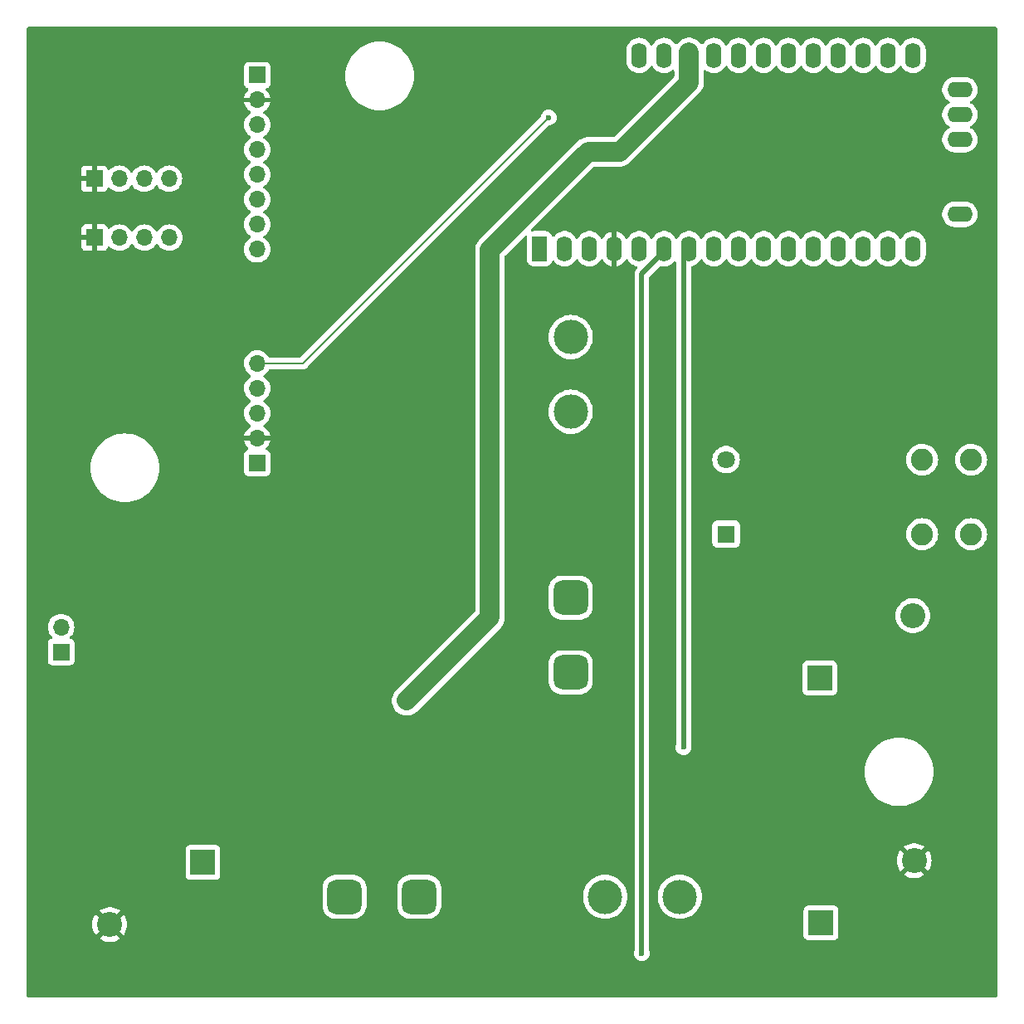
<source format=gbl>
%TF.GenerationSoftware,KiCad,Pcbnew,8.0.7*%
%TF.CreationDate,2025-01-14T10:08:52+01:00*%
%TF.ProjectId,pv_test_station,70765f74-6573-4745-9f73-746174696f6e,rev?*%
%TF.SameCoordinates,Original*%
%TF.FileFunction,Copper,L2,Bot*%
%TF.FilePolarity,Positive*%
%FSLAX46Y46*%
G04 Gerber Fmt 4.6, Leading zero omitted, Abs format (unit mm)*
G04 Created by KiCad (PCBNEW 8.0.7) date 2025-01-14 10:08:52*
%MOMM*%
%LPD*%
G01*
G04 APERTURE LIST*
G04 Aperture macros list*
%AMRoundRect*
0 Rectangle with rounded corners*
0 $1 Rounding radius*
0 $2 $3 $4 $5 $6 $7 $8 $9 X,Y pos of 4 corners*
0 Add a 4 corners polygon primitive as box body*
4,1,4,$2,$3,$4,$5,$6,$7,$8,$9,$2,$3,0*
0 Add four circle primitives for the rounded corners*
1,1,$1+$1,$2,$3*
1,1,$1+$1,$4,$5*
1,1,$1+$1,$6,$7*
1,1,$1+$1,$8,$9*
0 Add four rect primitives between the rounded corners*
20,1,$1+$1,$2,$3,$4,$5,0*
20,1,$1+$1,$4,$5,$6,$7,0*
20,1,$1+$1,$6,$7,$8,$9,0*
20,1,$1+$1,$8,$9,$2,$3,0*%
G04 Aperture macros list end*
%TA.AperFunction,ComponentPad*%
%ADD10RoundRect,0.875000X-0.875000X-0.875000X0.875000X-0.875000X0.875000X0.875000X-0.875000X0.875000X0*%
%TD*%
%TA.AperFunction,ComponentPad*%
%ADD11C,3.500000*%
%TD*%
%TA.AperFunction,ComponentPad*%
%ADD12R,1.700000X1.700000*%
%TD*%
%TA.AperFunction,ComponentPad*%
%ADD13O,1.700000X1.700000*%
%TD*%
%TA.AperFunction,ComponentPad*%
%ADD14R,2.550000X2.550000*%
%TD*%
%TA.AperFunction,ComponentPad*%
%ADD15C,2.550000*%
%TD*%
%TA.AperFunction,ComponentPad*%
%ADD16RoundRect,0.875000X0.875000X-0.875000X0.875000X0.875000X-0.875000X0.875000X-0.875000X-0.875000X0*%
%TD*%
%TA.AperFunction,ComponentPad*%
%ADD17R,1.800000X1.800000*%
%TD*%
%TA.AperFunction,ComponentPad*%
%ADD18C,1.800000*%
%TD*%
%TA.AperFunction,ComponentPad*%
%ADD19C,2.250000*%
%TD*%
%TA.AperFunction,ComponentPad*%
%ADD20RoundRect,0.250000X0.550000X-1.050000X0.550000X1.050000X-0.550000X1.050000X-0.550000X-1.050000X0*%
%TD*%
%TA.AperFunction,ComponentPad*%
%ADD21O,1.600000X2.600000*%
%TD*%
%TA.AperFunction,ComponentPad*%
%ADD22O,2.600000X1.600000*%
%TD*%
%TA.AperFunction,ViaPad*%
%ADD23C,1.200000*%
%TD*%
%TA.AperFunction,ViaPad*%
%ADD24C,0.600000*%
%TD*%
%TA.AperFunction,Conductor*%
%ADD25C,2.000000*%
%TD*%
%TA.AperFunction,Conductor*%
%ADD26C,0.200000*%
%TD*%
%TA.AperFunction,Conductor*%
%ADD27C,0.500000*%
%TD*%
G04 APERTURE END LIST*
D10*
%TO.P,F1,1*%
%TO.N,/+ In*%
X103410000Y-141750000D03*
X111030000Y-141750000D03*
D11*
%TO.P,F1,2*%
%TO.N,Net-(IC1-IP+_1)*%
X130000000Y-141750000D03*
X137620000Y-141750000D03*
%TD*%
D12*
%TO.P,J4,1,Pin_1*%
%TO.N,+3.3V*%
X94500000Y-57920000D03*
D13*
%TO.P,J4,2,Pin_2*%
%TO.N,GND*%
X94500000Y-60460000D03*
%TO.P,J4,3,Pin_3*%
%TO.N,/WP*%
X94500000Y-63000000D03*
%TO.P,J4,4,Pin_4*%
%TO.N,/SCL*%
X94500000Y-65540000D03*
%TO.P,J4,5,Pin_5*%
%TO.N,/SDA*%
X94500000Y-68080000D03*
%TO.P,J4,6,Pin_6*%
%TO.N,Net-(J4-Pin_6)*%
X94500000Y-70620000D03*
%TO.P,J4,7,Pin_7*%
%TO.N,Net-(J4-Pin_7)*%
X94500000Y-73160000D03*
%TO.P,J4,8,Pin_8*%
%TO.N,Net-(J4-Pin_8)*%
X94500000Y-75700000D03*
%TD*%
D14*
%TO.P,J2,1,Pin_1*%
%TO.N,/+ Out*%
X152037500Y-144425000D03*
D15*
%TO.P,J2,2,Pin_2*%
%TO.N,GND*%
X161537500Y-138075000D03*
%TD*%
D16*
%TO.P,F2,1*%
%TO.N,relais*%
X126500000Y-118855000D03*
X126500000Y-111235000D03*
D11*
%TO.P,F2,2*%
%TO.N,Net-(K1-COM_1)*%
X126500000Y-92265000D03*
X126500000Y-84645000D03*
%TD*%
D12*
%TO.P,J6,1,Pin_1*%
%TO.N,GND*%
X77880000Y-68500000D03*
D13*
%TO.P,J6,2,Pin_2*%
%TO.N,+3.3V*%
X80420000Y-68500000D03*
%TO.P,J6,3,Pin_3*%
%TO.N,/SDA*%
X82960000Y-68500000D03*
%TO.P,J6,4,Pin_4*%
%TO.N,/SCL*%
X85500000Y-68500000D03*
%TD*%
D17*
%TO.P,K1,1,COIL_1*%
%TO.N,+5V*%
X142347650Y-104750000D03*
D18*
%TO.P,K1,2,COIL_2*%
%TO.N,Net-(D1-A)*%
X142347650Y-97150000D03*
D19*
%TO.P,K1,4,COM_1*%
%TO.N,Net-(K1-COM_1)*%
X162347650Y-97150000D03*
%TO.P,K1,5,NO_1*%
%TO.N,Net-(J3-Pin_2)*%
X167347650Y-97150000D03*
%TO.P,K1,7,COM_2*%
%TO.N,Net-(K1-COM_1)*%
X162347650Y-104750000D03*
%TO.P,K1,8,NO_2*%
%TO.N,Net-(J3-Pin_2)*%
X167347650Y-104750000D03*
%TD*%
D12*
%TO.P,J10,1,Pin_1*%
%TO.N,Net-(J10-Pin_1)*%
X74500000Y-116775000D03*
D13*
%TO.P,J10,2,Pin_2*%
%TO.N,Net-(J10-Pin_2)*%
X74500000Y-114235000D03*
%TD*%
D14*
%TO.P,J3,1,Pin_1*%
%TO.N,relais*%
X151900000Y-119425000D03*
D15*
%TO.P,J3,2,Pin_2*%
%TO.N,Net-(J3-Pin_2)*%
X161400000Y-113075000D03*
%TD*%
D12*
%TO.P,J7,1,Pin_1*%
%TO.N,GND*%
X77920000Y-74500000D03*
D13*
%TO.P,J7,2,Pin_2*%
%TO.N,+3.3V*%
X80460000Y-74500000D03*
%TO.P,J7,3,Pin_3*%
%TO.N,/SDA*%
X83000000Y-74500000D03*
%TO.P,J7,4,Pin_4*%
%TO.N,/SCL*%
X85540000Y-74500000D03*
%TD*%
D20*
%TO.P,A1,1,~{RESET}*%
%TO.N,unconnected-(A1-~{RESET}-Pad1)*%
X123320000Y-75630000D03*
D21*
%TO.P,A1,2,3V3*%
%TO.N,+3.3V*%
X125860000Y-75630000D03*
%TO.P,A1,3,AREF*%
%TO.N,unconnected-(A1-AREF-Pad3)*%
X128400000Y-75630000D03*
%TO.P,A1,4,GND*%
%TO.N,GND*%
X130940000Y-75630000D03*
%TO.P,A1,5,DAC0/A0*%
%TO.N,unconnected-(A1-DAC0{slash}A0-Pad5)*%
X133480000Y-75630000D03*
%TO.P,A1,6,A1*%
%TO.N,/V_meter*%
X136020000Y-75630000D03*
%TO.P,A1,7,A2*%
%TO.N,/A_meter*%
X138560000Y-75630000D03*
%TO.P,A1,8,A3*%
%TO.N,unconnected-(A1-A3-Pad8)*%
X141100000Y-75630000D03*
%TO.P,A1,9,A4*%
%TO.N,unconnected-(A1-A4-Pad9)*%
X143640000Y-75630000D03*
%TO.P,A1,10,A5*%
%TO.N,unconnected-(A1-A5-Pad10)*%
X146180000Y-75630000D03*
%TO.P,A1,11,SCK/D24*%
%TO.N,unconnected-(A1-SCK{slash}D24-Pad11)*%
X148720000Y-75630000D03*
%TO.P,A1,12,MOSI/D23*%
%TO.N,unconnected-(A1-MOSI{slash}D23-Pad12)*%
X151260000Y-75630000D03*
%TO.P,A1,13,MISO/D22*%
%TO.N,unconnected-(A1-MISO{slash}D22-Pad13)*%
X153800000Y-75630000D03*
%TO.P,A1,14,RX/D0*%
%TO.N,/TX*%
X156340000Y-75630000D03*
%TO.P,A1,15,TX/D1*%
%TO.N,/RX*%
X158880000Y-75630000D03*
%TO.P,A1,16,DIO1*%
%TO.N,unconnected-(A1-DIO1-Pad16)*%
X161420000Y-75630000D03*
%TO.P,A1,17,SDA/D20*%
%TO.N,/SDA*%
X161420000Y-55910000D03*
%TO.P,A1,18,SCL/D21*%
%TO.N,/SCL*%
X158880000Y-55910000D03*
%TO.P,A1,19,D5*%
%TO.N,/RelaisPin*%
X156340000Y-55910000D03*
%TO.P,A1,20,D6*%
%TO.N,unconnected-(A1-D6-Pad20)*%
X153800000Y-55910000D03*
%TO.P,A1,21,D9*%
%TO.N,/WP*%
X151260000Y-55910000D03*
%TO.P,A1,22,D10*%
%TO.N,unconnected-(A1-D10-Pad22)*%
X148720000Y-55910000D03*
%TO.P,A1,23,D11*%
%TO.N,unconnected-(A1-D11-Pad23)*%
X146180000Y-55910000D03*
%TO.P,A1,24,D12*%
%TO.N,unconnected-(A1-D12-Pad24)*%
X143640000Y-55910000D03*
%TO.P,A1,25,D13*%
%TO.N,/PPS*%
X141100000Y-55910000D03*
%TO.P,A1,26,USB*%
%TO.N,+5V*%
X138560000Y-55910000D03*
%TO.P,A1,27,EN*%
%TO.N,unconnected-(A1-EN-Pad27)*%
X136020000Y-55910000D03*
%TO.P,A1,28,VBAT*%
%TO.N,unconnected-(A1-VBAT-Pad28)*%
X133480000Y-55910000D03*
D22*
%TO.P,A1,29,ANT*%
%TO.N,unconnected-(A1-ANT-Pad29)*%
X166200000Y-72120000D03*
%TO.P,A1,30,DIO5*%
%TO.N,unconnected-(A1-DIO5-Pad30)*%
X166200000Y-64500000D03*
%TO.P,A1,31,DIO3*%
%TO.N,unconnected-(A1-DIO3-Pad31)*%
X166200000Y-61960000D03*
%TO.P,A1,32,DIO2*%
%TO.N,unconnected-(A1-DIO2-Pad32)*%
X166200000Y-59420000D03*
%TD*%
D14*
%TO.P,J1,1,Pin_1*%
%TO.N,/+ In*%
X88962500Y-138250000D03*
D15*
%TO.P,J1,2,Pin_2*%
%TO.N,GND*%
X79462500Y-144600000D03*
%TD*%
D12*
%TO.P,J9,1,Pin_1*%
%TO.N,+3.3V*%
X94500000Y-97500000D03*
D13*
%TO.P,J9,2,Pin_2*%
%TO.N,GND*%
X94500000Y-94960000D03*
%TO.P,J9,3,Pin_3*%
%TO.N,/RX*%
X94500000Y-92420000D03*
%TO.P,J9,4,Pin_4*%
%TO.N,/TX*%
X94500000Y-89880000D03*
%TO.P,J9,5,Pin_5*%
%TO.N,/PPS*%
X94500000Y-87340000D03*
%TD*%
D23*
%TO.N,+5V*%
X109750000Y-121750000D03*
X118250000Y-105000000D03*
D24*
%TO.N,/PPS*%
X124250000Y-62250000D03*
%TO.N,GND*%
X81750000Y-71500000D03*
X104000000Y-64750000D03*
X139500000Y-124250000D03*
X89250000Y-82500000D03*
X79000000Y-63750000D03*
X87500000Y-62500000D03*
D23*
X103500000Y-106000000D03*
D24*
X104000000Y-66750000D03*
X106000000Y-91250000D03*
X120000000Y-128250000D03*
X110000000Y-82500000D03*
X101000000Y-56000000D03*
X77750000Y-58000000D03*
X166750000Y-82250000D03*
X143000000Y-60500000D03*
X139750000Y-66750000D03*
X78750000Y-128250000D03*
X132750000Y-99750000D03*
X121000000Y-91250000D03*
X149000000Y-128250000D03*
D23*
X103500000Y-116500000D03*
D24*
X155250000Y-60500000D03*
D23*
X97000000Y-111250000D03*
D24*
X106000000Y-97750000D03*
X122750000Y-66750000D03*
X84250000Y-71500000D03*
X88250000Y-71500000D03*
X97500000Y-71750000D03*
X155500000Y-78500000D03*
X91250000Y-75000000D03*
X168750000Y-54250000D03*
X105000000Y-74500000D03*
X76000000Y-92000000D03*
X120000000Y-149250000D03*
X105000000Y-77000000D03*
X150500000Y-60500000D03*
D23*
X110000000Y-111250000D03*
D24*
X82500000Y-76750000D03*
X129750000Y-147500000D03*
%TO.N,/V_meter*%
X133750000Y-147500000D03*
%TO.N,/A_meter*%
X138000000Y-126500000D03*
%TD*%
D25*
%TO.N,+5V*%
X138560000Y-58690000D02*
X138560000Y-55610000D01*
X118250000Y-75750000D02*
X128250000Y-65750000D01*
X131500000Y-65750000D02*
X138560000Y-58690000D01*
X128250000Y-65750000D02*
X131500000Y-65750000D01*
X118250000Y-106750000D02*
X118250000Y-75750000D01*
X118250000Y-106750000D02*
X118250000Y-113250000D01*
X118250000Y-105000000D02*
X118250000Y-106750000D01*
X118250000Y-113250000D02*
X109750000Y-121750000D01*
D26*
%TO.N,/PPS*%
X99160000Y-87340000D02*
X94500000Y-87340000D01*
X124250000Y-62250000D02*
X99160000Y-87340000D01*
D27*
%TO.N,/V_meter*%
X133750000Y-78200000D02*
X133750000Y-147500000D01*
X136020000Y-75930000D02*
X133750000Y-78200000D01*
%TO.N,/A_meter*%
X138000000Y-126500000D02*
X138000000Y-76490000D01*
X138000000Y-76490000D02*
X138560000Y-75930000D01*
%TD*%
%TA.AperFunction,Conductor*%
%TO.N,GND*%
G36*
X169942539Y-53020185D02*
G01*
X169988294Y-53072989D01*
X169999500Y-53124500D01*
X169999500Y-151875500D01*
X169979815Y-151942539D01*
X169927011Y-151988294D01*
X169875500Y-151999500D01*
X71124500Y-151999500D01*
X71057461Y-151979815D01*
X71011706Y-151927011D01*
X71000500Y-151875500D01*
X71000500Y-144599995D01*
X77682523Y-144599995D01*
X77682523Y-144600004D01*
X77702403Y-144865290D01*
X77702403Y-144865292D01*
X77761598Y-145124643D01*
X77761604Y-145124662D01*
X77858796Y-145372303D01*
X77991813Y-145602695D01*
X77991820Y-145602706D01*
X78042584Y-145666360D01*
X78042585Y-145666361D01*
X78708384Y-145000561D01*
X78709240Y-145002626D01*
X78802262Y-145141844D01*
X78920656Y-145260238D01*
X79059874Y-145353260D01*
X79061937Y-145354114D01*
X78395339Y-146020711D01*
X78572511Y-146141504D01*
X78572515Y-146141506D01*
X78812195Y-146256931D01*
X78812199Y-146256932D01*
X79066409Y-146335346D01*
X79066415Y-146335347D01*
X79329476Y-146374999D01*
X79329483Y-146375000D01*
X79595517Y-146375000D01*
X79595523Y-146374999D01*
X79858584Y-146335347D01*
X79858590Y-146335346D01*
X80112799Y-146256933D01*
X80352484Y-146141507D01*
X80529659Y-146020711D01*
X79863062Y-145354114D01*
X79865126Y-145353260D01*
X80004344Y-145260238D01*
X80122738Y-145141844D01*
X80215760Y-145002626D01*
X80216614Y-145000562D01*
X80882413Y-145666361D01*
X80882413Y-145666360D01*
X80933188Y-145602693D01*
X81066203Y-145372303D01*
X81163395Y-145124662D01*
X81163401Y-145124643D01*
X81222596Y-144865292D01*
X81222596Y-144865290D01*
X81242477Y-144600004D01*
X81242477Y-144599995D01*
X81222596Y-144334709D01*
X81222596Y-144334707D01*
X81163401Y-144075356D01*
X81163395Y-144075337D01*
X81066203Y-143827696D01*
X80933186Y-143597304D01*
X80882413Y-143533637D01*
X80216614Y-144199436D01*
X80215760Y-144197374D01*
X80122738Y-144058156D01*
X80004344Y-143939762D01*
X79865126Y-143846740D01*
X79863061Y-143845884D01*
X80529659Y-143179287D01*
X80352489Y-143058495D01*
X80352485Y-143058493D01*
X80112799Y-142943066D01*
X79858590Y-142864653D01*
X79858584Y-142864652D01*
X79595523Y-142825000D01*
X79329476Y-142825000D01*
X79066415Y-142864652D01*
X79066409Y-142864653D01*
X78812199Y-142943067D01*
X78812195Y-142943068D01*
X78572512Y-143058494D01*
X78572504Y-143058499D01*
X78395340Y-143179286D01*
X79061938Y-143845884D01*
X79059874Y-143846740D01*
X78920656Y-143939762D01*
X78802262Y-144058156D01*
X78709240Y-144197374D01*
X78708385Y-144199438D01*
X78042584Y-143533637D01*
X77991816Y-143597299D01*
X77858796Y-143827696D01*
X77761604Y-144075337D01*
X77761598Y-144075356D01*
X77702403Y-144334707D01*
X77702403Y-144334709D01*
X77682523Y-144599995D01*
X71000500Y-144599995D01*
X71000500Y-140781386D01*
X101159500Y-140781386D01*
X101159500Y-142718613D01*
X101159501Y-142718652D01*
X101162295Y-142771243D01*
X101162295Y-142771244D01*
X101206754Y-143001121D01*
X101206755Y-143001126D01*
X101244872Y-143102129D01*
X101289425Y-143220189D01*
X101407929Y-143422131D01*
X101407934Y-143422138D01*
X101558856Y-143601141D01*
X101558858Y-143601143D01*
X101737861Y-143752065D01*
X101737868Y-143752070D01*
X101939810Y-143870574D01*
X102158874Y-143953245D01*
X102388759Y-143997705D01*
X102441378Y-144000500D01*
X102441386Y-144000500D01*
X104378614Y-144000500D01*
X104378622Y-144000500D01*
X104431241Y-143997705D01*
X104661126Y-143953245D01*
X104880190Y-143870574D01*
X105082132Y-143752070D01*
X105140128Y-143703172D01*
X105261141Y-143601143D01*
X105261143Y-143601141D01*
X105412065Y-143422138D01*
X105412065Y-143422137D01*
X105412070Y-143422132D01*
X105530574Y-143220190D01*
X105613245Y-143001126D01*
X105657705Y-142771241D01*
X105660500Y-142718622D01*
X105660500Y-140781386D01*
X108779500Y-140781386D01*
X108779500Y-142718613D01*
X108779501Y-142718652D01*
X108782295Y-142771243D01*
X108782295Y-142771244D01*
X108826754Y-143001121D01*
X108826755Y-143001126D01*
X108864872Y-143102129D01*
X108909425Y-143220189D01*
X109027929Y-143422131D01*
X109027934Y-143422138D01*
X109178856Y-143601141D01*
X109178858Y-143601143D01*
X109357861Y-143752065D01*
X109357868Y-143752070D01*
X109559810Y-143870574D01*
X109778874Y-143953245D01*
X110008759Y-143997705D01*
X110061378Y-144000500D01*
X110061386Y-144000500D01*
X111998614Y-144000500D01*
X111998622Y-144000500D01*
X112051241Y-143997705D01*
X112281126Y-143953245D01*
X112500190Y-143870574D01*
X112702132Y-143752070D01*
X112760128Y-143703172D01*
X112881141Y-143601143D01*
X112881143Y-143601141D01*
X113032065Y-143422138D01*
X113032065Y-143422137D01*
X113032070Y-143422132D01*
X113150574Y-143220190D01*
X113233245Y-143001126D01*
X113277705Y-142771241D01*
X113280500Y-142718622D01*
X113280500Y-141749992D01*
X127744671Y-141749992D01*
X127744671Y-141750007D01*
X127763964Y-142044363D01*
X127763965Y-142044373D01*
X127763966Y-142044380D01*
X127763968Y-142044390D01*
X127821518Y-142333716D01*
X127821521Y-142333730D01*
X127916349Y-142613080D01*
X128046825Y-142877660D01*
X128046829Y-142877667D01*
X128210725Y-143122955D01*
X128405241Y-143344758D01*
X128620616Y-143533637D01*
X128627043Y-143539273D01*
X128872335Y-143703172D01*
X129136923Y-143833652D01*
X129416278Y-143928481D01*
X129705620Y-143986034D01*
X129733888Y-143987886D01*
X129999993Y-144005329D01*
X130000000Y-144005329D01*
X130000007Y-144005329D01*
X130235675Y-143989881D01*
X130294380Y-143986034D01*
X130583722Y-143928481D01*
X130863077Y-143833652D01*
X131127665Y-143703172D01*
X131372957Y-143539273D01*
X131594758Y-143344758D01*
X131789273Y-143122957D01*
X131953172Y-142877665D01*
X132083652Y-142613077D01*
X132178481Y-142333722D01*
X132236034Y-142044380D01*
X132255329Y-141750000D01*
X132255329Y-141749992D01*
X132236035Y-141455636D01*
X132236034Y-141455620D01*
X132178481Y-141166278D01*
X132083652Y-140886923D01*
X131953172Y-140622336D01*
X131789273Y-140377043D01*
X131704002Y-140279810D01*
X131594758Y-140155241D01*
X131372955Y-139960725D01*
X131127667Y-139796829D01*
X131127660Y-139796825D01*
X130863080Y-139666349D01*
X130583730Y-139571521D01*
X130583724Y-139571519D01*
X130583722Y-139571519D01*
X130294380Y-139513966D01*
X130294373Y-139513965D01*
X130294363Y-139513964D01*
X130000007Y-139494671D01*
X129999993Y-139494671D01*
X129705636Y-139513964D01*
X129705624Y-139513965D01*
X129705620Y-139513966D01*
X129705612Y-139513967D01*
X129705609Y-139513968D01*
X129416283Y-139571518D01*
X129416269Y-139571521D01*
X129136919Y-139666349D01*
X128872334Y-139796828D01*
X128627041Y-139960728D01*
X128405241Y-140155241D01*
X128210728Y-140377041D01*
X128046828Y-140622334D01*
X127916349Y-140886919D01*
X127821521Y-141166269D01*
X127821518Y-141166283D01*
X127763968Y-141455609D01*
X127763964Y-141455636D01*
X127744671Y-141749992D01*
X113280500Y-141749992D01*
X113280500Y-140781378D01*
X113277705Y-140728759D01*
X113233245Y-140498874D01*
X113150574Y-140279810D01*
X113032070Y-140077868D01*
X113032065Y-140077861D01*
X112881143Y-139898858D01*
X112881141Y-139898856D01*
X112702138Y-139747934D01*
X112702131Y-139747929D01*
X112500189Y-139629425D01*
X112409832Y-139595326D01*
X112281126Y-139546755D01*
X112281121Y-139546754D01*
X112051243Y-139502295D01*
X111998652Y-139499501D01*
X111998629Y-139499500D01*
X111998622Y-139499500D01*
X110061378Y-139499500D01*
X110061370Y-139499500D01*
X110061347Y-139499501D01*
X110008756Y-139502295D01*
X110008755Y-139502295D01*
X109778878Y-139546754D01*
X109778876Y-139546754D01*
X109778874Y-139546755D01*
X109709666Y-139572873D01*
X109559810Y-139629425D01*
X109357868Y-139747929D01*
X109357861Y-139747934D01*
X109178858Y-139898856D01*
X109178856Y-139898858D01*
X109027934Y-140077861D01*
X109027929Y-140077868D01*
X108909425Y-140279810D01*
X108872732Y-140377043D01*
X108826755Y-140498874D01*
X108826754Y-140498876D01*
X108826754Y-140498878D01*
X108782295Y-140728755D01*
X108782295Y-140728756D01*
X108779501Y-140781347D01*
X108779500Y-140781386D01*
X105660500Y-140781386D01*
X105660500Y-140781378D01*
X105657705Y-140728759D01*
X105613245Y-140498874D01*
X105530574Y-140279810D01*
X105412070Y-140077868D01*
X105412065Y-140077861D01*
X105261143Y-139898858D01*
X105261141Y-139898856D01*
X105082138Y-139747934D01*
X105082131Y-139747929D01*
X104880189Y-139629425D01*
X104789832Y-139595326D01*
X104661126Y-139546755D01*
X104661121Y-139546754D01*
X104431243Y-139502295D01*
X104378652Y-139499501D01*
X104378629Y-139499500D01*
X104378622Y-139499500D01*
X102441378Y-139499500D01*
X102441370Y-139499500D01*
X102441347Y-139499501D01*
X102388756Y-139502295D01*
X102388755Y-139502295D01*
X102158878Y-139546754D01*
X102158876Y-139546754D01*
X102158874Y-139546755D01*
X102089666Y-139572873D01*
X101939810Y-139629425D01*
X101737868Y-139747929D01*
X101737861Y-139747934D01*
X101558858Y-139898856D01*
X101558856Y-139898858D01*
X101407934Y-140077861D01*
X101407929Y-140077868D01*
X101289425Y-140279810D01*
X101252732Y-140377043D01*
X101206755Y-140498874D01*
X101206754Y-140498876D01*
X101206754Y-140498878D01*
X101162295Y-140728755D01*
X101162295Y-140728756D01*
X101159501Y-140781347D01*
X101159500Y-140781386D01*
X71000500Y-140781386D01*
X71000500Y-136927135D01*
X87187000Y-136927135D01*
X87187000Y-139572870D01*
X87187001Y-139572876D01*
X87193408Y-139632483D01*
X87243702Y-139767328D01*
X87243706Y-139767335D01*
X87329952Y-139882544D01*
X87329955Y-139882547D01*
X87445164Y-139968793D01*
X87445171Y-139968797D01*
X87580017Y-140019091D01*
X87580016Y-140019091D01*
X87586944Y-140019835D01*
X87639627Y-140025500D01*
X90285372Y-140025499D01*
X90344983Y-140019091D01*
X90479831Y-139968796D01*
X90595046Y-139882546D01*
X90681296Y-139767331D01*
X90731591Y-139632483D01*
X90738000Y-139572873D01*
X90737999Y-136927128D01*
X90731591Y-136867517D01*
X90681296Y-136732669D01*
X90681295Y-136732668D01*
X90681293Y-136732664D01*
X90595047Y-136617455D01*
X90595044Y-136617452D01*
X90479835Y-136531206D01*
X90479828Y-136531202D01*
X90344982Y-136480908D01*
X90344983Y-136480908D01*
X90285383Y-136474501D01*
X90285381Y-136474500D01*
X90285373Y-136474500D01*
X90285364Y-136474500D01*
X87639629Y-136474500D01*
X87639623Y-136474501D01*
X87580016Y-136480908D01*
X87445171Y-136531202D01*
X87445164Y-136531206D01*
X87329955Y-136617452D01*
X87329952Y-136617455D01*
X87243706Y-136732664D01*
X87243702Y-136732671D01*
X87193408Y-136867517D01*
X87187001Y-136927116D01*
X87187001Y-136927123D01*
X87187000Y-136927135D01*
X71000500Y-136927135D01*
X71000500Y-121631902D01*
X108249500Y-121631902D01*
X108249500Y-121868097D01*
X108286446Y-122101368D01*
X108359433Y-122325996D01*
X108466657Y-122536434D01*
X108605483Y-122727510D01*
X108772490Y-122894517D01*
X108963566Y-123033343D01*
X109062992Y-123084003D01*
X109174003Y-123140566D01*
X109174005Y-123140566D01*
X109174008Y-123140568D01*
X109294412Y-123179689D01*
X109398631Y-123213553D01*
X109631903Y-123250500D01*
X109631908Y-123250500D01*
X109868097Y-123250500D01*
X110101368Y-123213553D01*
X110325992Y-123140568D01*
X110536434Y-123033343D01*
X110727510Y-122894517D01*
X115735641Y-117886386D01*
X124249500Y-117886386D01*
X124249500Y-119823613D01*
X124249501Y-119823652D01*
X124252295Y-119876243D01*
X124252295Y-119876244D01*
X124296754Y-120106121D01*
X124296755Y-120106126D01*
X124345326Y-120234832D01*
X124379425Y-120325189D01*
X124497929Y-120527131D01*
X124497934Y-120527138D01*
X124648856Y-120706141D01*
X124648858Y-120706143D01*
X124827861Y-120857065D01*
X124827868Y-120857070D01*
X125029810Y-120975574D01*
X125248874Y-121058245D01*
X125478759Y-121102705D01*
X125531378Y-121105500D01*
X125531386Y-121105500D01*
X127468614Y-121105500D01*
X127468622Y-121105500D01*
X127521241Y-121102705D01*
X127751126Y-121058245D01*
X127970190Y-120975574D01*
X128172132Y-120857070D01*
X128230945Y-120807483D01*
X128351141Y-120706143D01*
X128351143Y-120706141D01*
X128502065Y-120527138D01*
X128502065Y-120527137D01*
X128502070Y-120527132D01*
X128620574Y-120325190D01*
X128703245Y-120106126D01*
X128747705Y-119876241D01*
X128750500Y-119823622D01*
X128750500Y-117886378D01*
X128747705Y-117833759D01*
X128703245Y-117603874D01*
X128620574Y-117384810D01*
X128502070Y-117182868D01*
X128502065Y-117182861D01*
X128351143Y-117003858D01*
X128351141Y-117003856D01*
X128172138Y-116852934D01*
X128172131Y-116852929D01*
X127970189Y-116734425D01*
X127879832Y-116700326D01*
X127751126Y-116651755D01*
X127751121Y-116651754D01*
X127521243Y-116607295D01*
X127468652Y-116604501D01*
X127468629Y-116604500D01*
X127468622Y-116604500D01*
X125531378Y-116604500D01*
X125531370Y-116604500D01*
X125531347Y-116604501D01*
X125478756Y-116607295D01*
X125478755Y-116607295D01*
X125248878Y-116651754D01*
X125248876Y-116651754D01*
X125248874Y-116651755D01*
X125174933Y-116679659D01*
X125029810Y-116734425D01*
X124827868Y-116852929D01*
X124827861Y-116852934D01*
X124648858Y-117003856D01*
X124648856Y-117003858D01*
X124497934Y-117182861D01*
X124497929Y-117182868D01*
X124379425Y-117384810D01*
X124324659Y-117529933D01*
X124296755Y-117603874D01*
X124296754Y-117603876D01*
X124296754Y-117603878D01*
X124252295Y-117833755D01*
X124252295Y-117833756D01*
X124249501Y-117886347D01*
X124249500Y-117886386D01*
X115735641Y-117886386D01*
X119394517Y-114227510D01*
X119533343Y-114036434D01*
X119640568Y-113825992D01*
X119654597Y-113782816D01*
X119713553Y-113601368D01*
X119739389Y-113438245D01*
X119750500Y-113368097D01*
X119750500Y-110266386D01*
X124249500Y-110266386D01*
X124249500Y-112203613D01*
X124249501Y-112203652D01*
X124252295Y-112256243D01*
X124252295Y-112256244D01*
X124261237Y-112302478D01*
X124296755Y-112486126D01*
X124320934Y-112550195D01*
X124379425Y-112705189D01*
X124497929Y-112907131D01*
X124497934Y-112907138D01*
X124648856Y-113086141D01*
X124648858Y-113086143D01*
X124827861Y-113237065D01*
X124827868Y-113237070D01*
X125029810Y-113355574D01*
X125248874Y-113438245D01*
X125478759Y-113482705D01*
X125531378Y-113485500D01*
X125531386Y-113485500D01*
X127468614Y-113485500D01*
X127468622Y-113485500D01*
X127521241Y-113482705D01*
X127751126Y-113438245D01*
X127970190Y-113355574D01*
X128172132Y-113237070D01*
X128172138Y-113237065D01*
X128351141Y-113086143D01*
X128351143Y-113086141D01*
X128502065Y-112907138D01*
X128502065Y-112907137D01*
X128502070Y-112907132D01*
X128620574Y-112705190D01*
X128703245Y-112486126D01*
X128747705Y-112256241D01*
X128750500Y-112203622D01*
X128750500Y-110266378D01*
X128747705Y-110213759D01*
X128703245Y-109983874D01*
X128620574Y-109764810D01*
X128502070Y-109562868D01*
X128502065Y-109562861D01*
X128351143Y-109383858D01*
X128351141Y-109383856D01*
X128172138Y-109232934D01*
X128172131Y-109232929D01*
X127970189Y-109114425D01*
X127879832Y-109080326D01*
X127751126Y-109031755D01*
X127751121Y-109031754D01*
X127521243Y-108987295D01*
X127468652Y-108984501D01*
X127468629Y-108984500D01*
X127468622Y-108984500D01*
X125531378Y-108984500D01*
X125531370Y-108984500D01*
X125531347Y-108984501D01*
X125478756Y-108987295D01*
X125478755Y-108987295D01*
X125248878Y-109031754D01*
X125248876Y-109031754D01*
X125248874Y-109031755D01*
X125174933Y-109059659D01*
X125029810Y-109114425D01*
X124827868Y-109232929D01*
X124827861Y-109232934D01*
X124648858Y-109383856D01*
X124648856Y-109383858D01*
X124497934Y-109562861D01*
X124497929Y-109562868D01*
X124379425Y-109764810D01*
X124324659Y-109909933D01*
X124296755Y-109983874D01*
X124296754Y-109983876D01*
X124296754Y-109983878D01*
X124252295Y-110213755D01*
X124252295Y-110213756D01*
X124249501Y-110266347D01*
X124249500Y-110266386D01*
X119750500Y-110266386D01*
X119750500Y-92264992D01*
X124244671Y-92264992D01*
X124244671Y-92265007D01*
X124263964Y-92559363D01*
X124263965Y-92559373D01*
X124263966Y-92559380D01*
X124263968Y-92559390D01*
X124321518Y-92848716D01*
X124321521Y-92848730D01*
X124416349Y-93128080D01*
X124546825Y-93392660D01*
X124546829Y-93392667D01*
X124710725Y-93637955D01*
X124905241Y-93859758D01*
X125127044Y-94054274D01*
X125372332Y-94218170D01*
X125372335Y-94218172D01*
X125636923Y-94348652D01*
X125916278Y-94443481D01*
X126205620Y-94501034D01*
X126233888Y-94502886D01*
X126499993Y-94520329D01*
X126500000Y-94520329D01*
X126500007Y-94520329D01*
X126735675Y-94504881D01*
X126794380Y-94501034D01*
X127083722Y-94443481D01*
X127363077Y-94348652D01*
X127627665Y-94218172D01*
X127872957Y-94054273D01*
X128094758Y-93859758D01*
X128289273Y-93637957D01*
X128453172Y-93392665D01*
X128583652Y-93128077D01*
X128678481Y-92848722D01*
X128736034Y-92559380D01*
X128755329Y-92265000D01*
X128755329Y-92264992D01*
X128736035Y-91970636D01*
X128736034Y-91970620D01*
X128678481Y-91681278D01*
X128583652Y-91401923D01*
X128453172Y-91137336D01*
X128289273Y-90892043D01*
X128165928Y-90751395D01*
X128094758Y-90670241D01*
X127872955Y-90475725D01*
X127627667Y-90311829D01*
X127627660Y-90311825D01*
X127363080Y-90181349D01*
X127083730Y-90086521D01*
X127083724Y-90086519D01*
X127083722Y-90086519D01*
X126794380Y-90028966D01*
X126794373Y-90028965D01*
X126794363Y-90028964D01*
X126500007Y-90009671D01*
X126499993Y-90009671D01*
X126205636Y-90028964D01*
X126205624Y-90028965D01*
X126205620Y-90028966D01*
X126205612Y-90028967D01*
X126205609Y-90028968D01*
X125916283Y-90086518D01*
X125916269Y-90086521D01*
X125636919Y-90181349D01*
X125372334Y-90311828D01*
X125127041Y-90475728D01*
X124905241Y-90670241D01*
X124710728Y-90892041D01*
X124546828Y-91137334D01*
X124416349Y-91401919D01*
X124321521Y-91681269D01*
X124321518Y-91681283D01*
X124263968Y-91970609D01*
X124263964Y-91970636D01*
X124244671Y-92264992D01*
X119750500Y-92264992D01*
X119750500Y-84644992D01*
X124244671Y-84644992D01*
X124244671Y-84645007D01*
X124263964Y-84939363D01*
X124263965Y-84939373D01*
X124263966Y-84939380D01*
X124263968Y-84939390D01*
X124321518Y-85228716D01*
X124321521Y-85228730D01*
X124416349Y-85508080D01*
X124546825Y-85772660D01*
X124546829Y-85772667D01*
X124710725Y-86017955D01*
X124905241Y-86239758D01*
X125127043Y-86434273D01*
X125372335Y-86598172D01*
X125636923Y-86728652D01*
X125916278Y-86823481D01*
X126205620Y-86881034D01*
X126233888Y-86882886D01*
X126499993Y-86900329D01*
X126500000Y-86900329D01*
X126500007Y-86900329D01*
X126735675Y-86884881D01*
X126794380Y-86881034D01*
X127083722Y-86823481D01*
X127363077Y-86728652D01*
X127627665Y-86598172D01*
X127872957Y-86434273D01*
X128094758Y-86239758D01*
X128289273Y-86017957D01*
X128453172Y-85772665D01*
X128583652Y-85508077D01*
X128678481Y-85228722D01*
X128736034Y-84939380D01*
X128755329Y-84645000D01*
X128755329Y-84644992D01*
X128736035Y-84350636D01*
X128736034Y-84350620D01*
X128678481Y-84061278D01*
X128583652Y-83781923D01*
X128453172Y-83517336D01*
X128289273Y-83272043D01*
X128246655Y-83223447D01*
X128094758Y-83050241D01*
X127872955Y-82855725D01*
X127627667Y-82691829D01*
X127627660Y-82691825D01*
X127363080Y-82561349D01*
X127083730Y-82466521D01*
X127083724Y-82466519D01*
X127083722Y-82466519D01*
X126794380Y-82408966D01*
X126794373Y-82408965D01*
X126794363Y-82408964D01*
X126500007Y-82389671D01*
X126499993Y-82389671D01*
X126205636Y-82408964D01*
X126205624Y-82408965D01*
X126205620Y-82408966D01*
X126205612Y-82408967D01*
X126205609Y-82408968D01*
X125916283Y-82466518D01*
X125916269Y-82466521D01*
X125636919Y-82561349D01*
X125372334Y-82691828D01*
X125127041Y-82855728D01*
X124905241Y-83050241D01*
X124710728Y-83272041D01*
X124546828Y-83517334D01*
X124416349Y-83781919D01*
X124321521Y-84061269D01*
X124321518Y-84061283D01*
X124263968Y-84350609D01*
X124263964Y-84350636D01*
X124244671Y-84644992D01*
X119750500Y-84644992D01*
X119750500Y-76422889D01*
X119770185Y-76355850D01*
X119786819Y-76335208D01*
X120750632Y-75371395D01*
X121826155Y-74295871D01*
X121887476Y-74262388D01*
X121957168Y-74267372D01*
X122013101Y-74309244D01*
X122037518Y-74374708D01*
X122031542Y-74422552D01*
X122030001Y-74427201D01*
X122030000Y-74427204D01*
X122019500Y-74529983D01*
X122019500Y-76730001D01*
X122019501Y-76730018D01*
X122030000Y-76832796D01*
X122030001Y-76832799D01*
X122057692Y-76916364D01*
X122085186Y-76999334D01*
X122177288Y-77148656D01*
X122301344Y-77272712D01*
X122450666Y-77364814D01*
X122617203Y-77419999D01*
X122719991Y-77430500D01*
X123920008Y-77430499D01*
X124022797Y-77419999D01*
X124189334Y-77364814D01*
X124338656Y-77272712D01*
X124462712Y-77148656D01*
X124554814Y-76999334D01*
X124581955Y-76917427D01*
X124621726Y-76859984D01*
X124686242Y-76833161D01*
X124755018Y-76845476D01*
X124799977Y-76883547D01*
X124843164Y-76942988D01*
X124868034Y-76977219D01*
X125012786Y-77121971D01*
X125167749Y-77234556D01*
X125178390Y-77242287D01*
X125294607Y-77301503D01*
X125360776Y-77335218D01*
X125360778Y-77335218D01*
X125360781Y-77335220D01*
X125451856Y-77364812D01*
X125555465Y-77398477D01*
X125626002Y-77409649D01*
X125757648Y-77430500D01*
X125757649Y-77430500D01*
X125962351Y-77430500D01*
X125962352Y-77430500D01*
X126164534Y-77398477D01*
X126359219Y-77335220D01*
X126541610Y-77242287D01*
X126670482Y-77148657D01*
X126707213Y-77121971D01*
X126707215Y-77121968D01*
X126707219Y-77121966D01*
X126851966Y-76977219D01*
X126851968Y-76977215D01*
X126851971Y-76977213D01*
X126972284Y-76811614D01*
X126972286Y-76811611D01*
X126972287Y-76811610D01*
X127019516Y-76718917D01*
X127067489Y-76668123D01*
X127135310Y-76651328D01*
X127201445Y-76673865D01*
X127240483Y-76718917D01*
X127246140Y-76730018D01*
X127287715Y-76811614D01*
X127408028Y-76977213D01*
X127552786Y-77121971D01*
X127707749Y-77234556D01*
X127718390Y-77242287D01*
X127834607Y-77301503D01*
X127900776Y-77335218D01*
X127900778Y-77335218D01*
X127900781Y-77335220D01*
X127991856Y-77364812D01*
X128095465Y-77398477D01*
X128166002Y-77409649D01*
X128297648Y-77430500D01*
X128297649Y-77430500D01*
X128502351Y-77430500D01*
X128502352Y-77430500D01*
X128704534Y-77398477D01*
X128899219Y-77335220D01*
X129081610Y-77242287D01*
X129210482Y-77148657D01*
X129247213Y-77121971D01*
X129247215Y-77121968D01*
X129247219Y-77121966D01*
X129391966Y-76977219D01*
X129391968Y-76977215D01*
X129391971Y-76977213D01*
X129512284Y-76811614D01*
X129512286Y-76811611D01*
X129512287Y-76811610D01*
X129559795Y-76718369D01*
X129607770Y-76667574D01*
X129675591Y-76650779D01*
X129741725Y-76673316D01*
X129780765Y-76718370D01*
X129828140Y-76811349D01*
X129948417Y-76976894D01*
X129948417Y-76976895D01*
X130093104Y-77121582D01*
X130258650Y-77241859D01*
X130440968Y-77334754D01*
X130635578Y-77397988D01*
X130690000Y-77406607D01*
X130690000Y-76363012D01*
X130747007Y-76395925D01*
X130874174Y-76430000D01*
X131005826Y-76430000D01*
X131132993Y-76395925D01*
X131190000Y-76363012D01*
X131190000Y-77406606D01*
X131244421Y-77397988D01*
X131439031Y-77334754D01*
X131621349Y-77241859D01*
X131786894Y-77121582D01*
X131786895Y-77121582D01*
X131931582Y-76976895D01*
X131931582Y-76976894D01*
X132051861Y-76811347D01*
X132099234Y-76718371D01*
X132147208Y-76667575D01*
X132215028Y-76650779D01*
X132281164Y-76673316D01*
X132320203Y-76718369D01*
X132367713Y-76811611D01*
X132488028Y-76977213D01*
X132632786Y-77121971D01*
X132787749Y-77234556D01*
X132798390Y-77242287D01*
X132914607Y-77301503D01*
X132980776Y-77335218D01*
X132980778Y-77335218D01*
X132980781Y-77335220D01*
X133175466Y-77398477D01*
X133206761Y-77403433D01*
X133269893Y-77433361D01*
X133306825Y-77492672D01*
X133305829Y-77562534D01*
X133275044Y-77613587D01*
X133167046Y-77721585D01*
X133167044Y-77721588D01*
X133117812Y-77795268D01*
X133117813Y-77795269D01*
X133084921Y-77844496D01*
X133084914Y-77844508D01*
X133028342Y-77981086D01*
X133028340Y-77981092D01*
X132999500Y-78126079D01*
X132999500Y-147200028D01*
X132992542Y-147240982D01*
X132964631Y-147320747D01*
X132944435Y-147499996D01*
X132944435Y-147500003D01*
X132964630Y-147679249D01*
X132964631Y-147679254D01*
X133024211Y-147849523D01*
X133120184Y-148002262D01*
X133247738Y-148129816D01*
X133400478Y-148225789D01*
X133570745Y-148285368D01*
X133570750Y-148285369D01*
X133749996Y-148305565D01*
X133750000Y-148305565D01*
X133750004Y-148305565D01*
X133929249Y-148285369D01*
X133929252Y-148285368D01*
X133929255Y-148285368D01*
X134099522Y-148225789D01*
X134252262Y-148129816D01*
X134379816Y-148002262D01*
X134475789Y-147849522D01*
X134535368Y-147679255D01*
X134555565Y-147500000D01*
X134535368Y-147320745D01*
X134507458Y-147240982D01*
X134500500Y-147200028D01*
X134500500Y-141749992D01*
X135364671Y-141749992D01*
X135364671Y-141750007D01*
X135383964Y-142044363D01*
X135383965Y-142044373D01*
X135383966Y-142044380D01*
X135383968Y-142044390D01*
X135441518Y-142333716D01*
X135441521Y-142333730D01*
X135536349Y-142613080D01*
X135666825Y-142877660D01*
X135666829Y-142877667D01*
X135830725Y-143122955D01*
X136025241Y-143344758D01*
X136240616Y-143533637D01*
X136247043Y-143539273D01*
X136492335Y-143703172D01*
X136756923Y-143833652D01*
X137036278Y-143928481D01*
X137325620Y-143986034D01*
X137353888Y-143987886D01*
X137619993Y-144005329D01*
X137620000Y-144005329D01*
X137620007Y-144005329D01*
X137855675Y-143989881D01*
X137914380Y-143986034D01*
X138203722Y-143928481D01*
X138483077Y-143833652D01*
X138747665Y-143703172D01*
X138992957Y-143539273D01*
X139214758Y-143344758D01*
X139409273Y-143122957D01*
X139423186Y-143102135D01*
X150262000Y-143102135D01*
X150262000Y-145747870D01*
X150262001Y-145747876D01*
X150268408Y-145807483D01*
X150318702Y-145942328D01*
X150318706Y-145942335D01*
X150404952Y-146057544D01*
X150404955Y-146057547D01*
X150520164Y-146143793D01*
X150520171Y-146143797D01*
X150655017Y-146194091D01*
X150655016Y-146194091D01*
X150661944Y-146194835D01*
X150714627Y-146200500D01*
X153360372Y-146200499D01*
X153419983Y-146194091D01*
X153554831Y-146143796D01*
X153670046Y-146057546D01*
X153756296Y-145942331D01*
X153806591Y-145807483D01*
X153813000Y-145747873D01*
X153812999Y-143102128D01*
X153806591Y-143042517D01*
X153791153Y-143001126D01*
X153756297Y-142907671D01*
X153756293Y-142907664D01*
X153670047Y-142792455D01*
X153670044Y-142792452D01*
X153554835Y-142706206D01*
X153554828Y-142706202D01*
X153419982Y-142655908D01*
X153419983Y-142655908D01*
X153360383Y-142649501D01*
X153360381Y-142649500D01*
X153360373Y-142649500D01*
X153360364Y-142649500D01*
X150714629Y-142649500D01*
X150714623Y-142649501D01*
X150655016Y-142655908D01*
X150520171Y-142706202D01*
X150520164Y-142706206D01*
X150404955Y-142792452D01*
X150404952Y-142792455D01*
X150318706Y-142907664D01*
X150318702Y-142907671D01*
X150268408Y-143042517D01*
X150262001Y-143102116D01*
X150262001Y-143102123D01*
X150262000Y-143102135D01*
X139423186Y-143102135D01*
X139573172Y-142877665D01*
X139703652Y-142613077D01*
X139798481Y-142333722D01*
X139856034Y-142044380D01*
X139875329Y-141750000D01*
X139875329Y-141749992D01*
X139856035Y-141455636D01*
X139856034Y-141455620D01*
X139798481Y-141166278D01*
X139703652Y-140886923D01*
X139573172Y-140622336D01*
X139409273Y-140377043D01*
X139324002Y-140279810D01*
X139214758Y-140155241D01*
X138992955Y-139960725D01*
X138747667Y-139796829D01*
X138747660Y-139796825D01*
X138483080Y-139666349D01*
X138203730Y-139571521D01*
X138203724Y-139571519D01*
X138203722Y-139571519D01*
X137914380Y-139513966D01*
X137914373Y-139513965D01*
X137914363Y-139513964D01*
X137620007Y-139494671D01*
X137619993Y-139494671D01*
X137325636Y-139513964D01*
X137325624Y-139513965D01*
X137325620Y-139513966D01*
X137325612Y-139513967D01*
X137325609Y-139513968D01*
X137036283Y-139571518D01*
X137036269Y-139571521D01*
X136756919Y-139666349D01*
X136492334Y-139796828D01*
X136247041Y-139960728D01*
X136025241Y-140155241D01*
X135830728Y-140377041D01*
X135666828Y-140622334D01*
X135536349Y-140886919D01*
X135441521Y-141166269D01*
X135441518Y-141166283D01*
X135383968Y-141455609D01*
X135383964Y-141455636D01*
X135364671Y-141749992D01*
X134500500Y-141749992D01*
X134500500Y-138074995D01*
X159757523Y-138074995D01*
X159757523Y-138075004D01*
X159777403Y-138340290D01*
X159777403Y-138340292D01*
X159836598Y-138599643D01*
X159836604Y-138599662D01*
X159933796Y-138847303D01*
X160066813Y-139077695D01*
X160066820Y-139077706D01*
X160117584Y-139141360D01*
X160117585Y-139141361D01*
X160783384Y-138475561D01*
X160784240Y-138477626D01*
X160877262Y-138616844D01*
X160995656Y-138735238D01*
X161134874Y-138828260D01*
X161136937Y-138829114D01*
X160470339Y-139495711D01*
X160647511Y-139616504D01*
X160647515Y-139616506D01*
X160887195Y-139731931D01*
X160887199Y-139731932D01*
X161141409Y-139810346D01*
X161141415Y-139810347D01*
X161404476Y-139849999D01*
X161404483Y-139850000D01*
X161670517Y-139850000D01*
X161670523Y-139849999D01*
X161933584Y-139810347D01*
X161933590Y-139810346D01*
X162187799Y-139731933D01*
X162427484Y-139616507D01*
X162604659Y-139495711D01*
X161938062Y-138829114D01*
X161940126Y-138828260D01*
X162079344Y-138735238D01*
X162197738Y-138616844D01*
X162290760Y-138477626D01*
X162291614Y-138475562D01*
X162957413Y-139141361D01*
X162957413Y-139141360D01*
X163008188Y-139077693D01*
X163141203Y-138847303D01*
X163238395Y-138599662D01*
X163238401Y-138599643D01*
X163297596Y-138340292D01*
X163297596Y-138340290D01*
X163317477Y-138075004D01*
X163317477Y-138074995D01*
X163297596Y-137809709D01*
X163297596Y-137809707D01*
X163238401Y-137550356D01*
X163238395Y-137550337D01*
X163141203Y-137302696D01*
X163008186Y-137072304D01*
X162957413Y-137008637D01*
X162291614Y-137674436D01*
X162290760Y-137672374D01*
X162197738Y-137533156D01*
X162079344Y-137414762D01*
X161940126Y-137321740D01*
X161938061Y-137320884D01*
X162604659Y-136654287D01*
X162427489Y-136533495D01*
X162427485Y-136533493D01*
X162187799Y-136418066D01*
X161933590Y-136339653D01*
X161933584Y-136339652D01*
X161670523Y-136300000D01*
X161404476Y-136300000D01*
X161141415Y-136339652D01*
X161141409Y-136339653D01*
X160887199Y-136418067D01*
X160887195Y-136418068D01*
X160647512Y-136533494D01*
X160647504Y-136533499D01*
X160470340Y-136654286D01*
X161136938Y-137320884D01*
X161134874Y-137321740D01*
X160995656Y-137414762D01*
X160877262Y-137533156D01*
X160784240Y-137672374D01*
X160783385Y-137674438D01*
X160117584Y-137008637D01*
X160066816Y-137072299D01*
X159933796Y-137302696D01*
X159836604Y-137550337D01*
X159836598Y-137550356D01*
X159777403Y-137809707D01*
X159777403Y-137809709D01*
X159757523Y-138074995D01*
X134500500Y-138074995D01*
X134500500Y-128999999D01*
X156494696Y-128999999D01*
X156494696Y-129000000D01*
X156513898Y-129366405D01*
X156571294Y-129728788D01*
X156571294Y-129728790D01*
X156666260Y-130083206D01*
X156797746Y-130425739D01*
X156964320Y-130752656D01*
X157164147Y-131060364D01*
X157164149Y-131060366D01*
X157395051Y-131345506D01*
X157654494Y-131604949D01*
X157654498Y-131604952D01*
X157939635Y-131835852D01*
X158247343Y-132035679D01*
X158247348Y-132035682D01*
X158574264Y-132202255D01*
X158916801Y-132333742D01*
X159271206Y-132428705D01*
X159633596Y-132486102D01*
X159979734Y-132504241D01*
X159999999Y-132505304D01*
X160000000Y-132505304D01*
X160000001Y-132505304D01*
X160019203Y-132504297D01*
X160366404Y-132486102D01*
X160728794Y-132428705D01*
X161083199Y-132333742D01*
X161425736Y-132202255D01*
X161752652Y-132035682D01*
X162060366Y-131835851D01*
X162345506Y-131604949D01*
X162604949Y-131345506D01*
X162835851Y-131060366D01*
X163035682Y-130752652D01*
X163202255Y-130425736D01*
X163333742Y-130083199D01*
X163428705Y-129728794D01*
X163486102Y-129366404D01*
X163505304Y-129000000D01*
X163486102Y-128633596D01*
X163428705Y-128271206D01*
X163333742Y-127916801D01*
X163202255Y-127574264D01*
X163035682Y-127247348D01*
X163035679Y-127247343D01*
X162835852Y-126939635D01*
X162604952Y-126654498D01*
X162604949Y-126654494D01*
X162345506Y-126395051D01*
X162060366Y-126164149D01*
X162060364Y-126164147D01*
X161752656Y-125964320D01*
X161425739Y-125797746D01*
X161083206Y-125666260D01*
X161083199Y-125666258D01*
X160728794Y-125571295D01*
X160728790Y-125571294D01*
X160728789Y-125571294D01*
X160366405Y-125513898D01*
X160000001Y-125494696D01*
X159999999Y-125494696D01*
X159633594Y-125513898D01*
X159271211Y-125571294D01*
X159271209Y-125571294D01*
X158916793Y-125666260D01*
X158574260Y-125797746D01*
X158247343Y-125964320D01*
X157939635Y-126164147D01*
X157654498Y-126395047D01*
X157654490Y-126395054D01*
X157395054Y-126654490D01*
X157395047Y-126654498D01*
X157164147Y-126939635D01*
X156964320Y-127247343D01*
X156797746Y-127574260D01*
X156666260Y-127916793D01*
X156571294Y-128271209D01*
X156571294Y-128271211D01*
X156513898Y-128633594D01*
X156494696Y-128999999D01*
X134500500Y-128999999D01*
X134500500Y-78562229D01*
X134520185Y-78495190D01*
X134536814Y-78474552D01*
X135584316Y-77427050D01*
X135645637Y-77393567D01*
X135710313Y-77396802D01*
X135715466Y-77398477D01*
X135715469Y-77398477D01*
X135715471Y-77398478D01*
X135786002Y-77409649D01*
X135917648Y-77430500D01*
X135917649Y-77430500D01*
X136122351Y-77430500D01*
X136122352Y-77430500D01*
X136324534Y-77398477D01*
X136519219Y-77335220D01*
X136701610Y-77242287D01*
X136830482Y-77148657D01*
X136867213Y-77121971D01*
X136867215Y-77121968D01*
X136867219Y-77121966D01*
X137011966Y-76977219D01*
X137025180Y-76959030D01*
X137080509Y-76916364D01*
X137150122Y-76910383D01*
X137211918Y-76942988D01*
X137246277Y-77003825D01*
X137249500Y-77031914D01*
X137249500Y-126200028D01*
X137242542Y-126240982D01*
X137214631Y-126320747D01*
X137194435Y-126499996D01*
X137194435Y-126500003D01*
X137214630Y-126679249D01*
X137214631Y-126679254D01*
X137274211Y-126849523D01*
X137330832Y-126939634D01*
X137370184Y-127002262D01*
X137497738Y-127129816D01*
X137650478Y-127225789D01*
X137820745Y-127285368D01*
X137820750Y-127285369D01*
X137999996Y-127305565D01*
X138000000Y-127305565D01*
X138000004Y-127305565D01*
X138179249Y-127285369D01*
X138179252Y-127285368D01*
X138179255Y-127285368D01*
X138349522Y-127225789D01*
X138502262Y-127129816D01*
X138629816Y-127002262D01*
X138725789Y-126849522D01*
X138785368Y-126679255D01*
X138785369Y-126679249D01*
X138805565Y-126500003D01*
X138805565Y-126499996D01*
X138785368Y-126320747D01*
X138785368Y-126320745D01*
X138757458Y-126240982D01*
X138750500Y-126200028D01*
X138750500Y-118102135D01*
X150124500Y-118102135D01*
X150124500Y-120747870D01*
X150124501Y-120747876D01*
X150130908Y-120807483D01*
X150181202Y-120942328D01*
X150181206Y-120942335D01*
X150267452Y-121057544D01*
X150267455Y-121057547D01*
X150382664Y-121143793D01*
X150382671Y-121143797D01*
X150517517Y-121194091D01*
X150517516Y-121194091D01*
X150524444Y-121194835D01*
X150577127Y-121200500D01*
X153222872Y-121200499D01*
X153282483Y-121194091D01*
X153417331Y-121143796D01*
X153532546Y-121057546D01*
X153618796Y-120942331D01*
X153669091Y-120807483D01*
X153675500Y-120747873D01*
X153675499Y-118102128D01*
X153669091Y-118042517D01*
X153646723Y-117982546D01*
X153618797Y-117907671D01*
X153618793Y-117907664D01*
X153532547Y-117792455D01*
X153532544Y-117792452D01*
X153417335Y-117706206D01*
X153417328Y-117706202D01*
X153282482Y-117655908D01*
X153282483Y-117655908D01*
X153222883Y-117649501D01*
X153222881Y-117649500D01*
X153222873Y-117649500D01*
X153222864Y-117649500D01*
X150577129Y-117649500D01*
X150577123Y-117649501D01*
X150517516Y-117655908D01*
X150382671Y-117706202D01*
X150382664Y-117706206D01*
X150267455Y-117792452D01*
X150267452Y-117792455D01*
X150181206Y-117907664D01*
X150181202Y-117907671D01*
X150130908Y-118042517D01*
X150128083Y-118068797D01*
X150124501Y-118102123D01*
X150124500Y-118102135D01*
X138750500Y-118102135D01*
X138750500Y-113074995D01*
X159619521Y-113074995D01*
X159619521Y-113075004D01*
X159639405Y-113340357D01*
X159639405Y-113340359D01*
X159644709Y-113363599D01*
X159698623Y-113599805D01*
X159795844Y-113847521D01*
X159928899Y-114077980D01*
X160048146Y-114227510D01*
X160094820Y-114286037D01*
X160209332Y-114392288D01*
X160289890Y-114467035D01*
X160509761Y-114616940D01*
X160749514Y-114732399D01*
X160749515Y-114732399D01*
X160749518Y-114732401D01*
X161003806Y-114810839D01*
X161003807Y-114810839D01*
X161003810Y-114810840D01*
X161266937Y-114850499D01*
X161266942Y-114850499D01*
X161266945Y-114850500D01*
X161266946Y-114850500D01*
X161533054Y-114850500D01*
X161533055Y-114850500D01*
X161533062Y-114850499D01*
X161796189Y-114810840D01*
X161796190Y-114810839D01*
X161796194Y-114810839D01*
X162050482Y-114732401D01*
X162290240Y-114616940D01*
X162510110Y-114467035D01*
X162705183Y-114286033D01*
X162871101Y-114077980D01*
X163004156Y-113847521D01*
X163101377Y-113599805D01*
X163160593Y-113340367D01*
X163180479Y-113075000D01*
X163179427Y-113060967D01*
X163160594Y-112809642D01*
X163160594Y-112809640D01*
X163160593Y-112809636D01*
X163160593Y-112809633D01*
X163101377Y-112550195D01*
X163004156Y-112302479D01*
X162871101Y-112072020D01*
X162705183Y-111863967D01*
X162705182Y-111863966D01*
X162705179Y-111863962D01*
X162510110Y-111682965D01*
X162510107Y-111682963D01*
X162290240Y-111533060D01*
X162290236Y-111533058D01*
X162290233Y-111533056D01*
X162290232Y-111533055D01*
X162050484Y-111417600D01*
X162050486Y-111417600D01*
X161796195Y-111339161D01*
X161796189Y-111339159D01*
X161533062Y-111299500D01*
X161533055Y-111299500D01*
X161266945Y-111299500D01*
X161266937Y-111299500D01*
X161003810Y-111339159D01*
X161003804Y-111339161D01*
X160749514Y-111417600D01*
X160509769Y-111533055D01*
X160509760Y-111533060D01*
X160289892Y-111682963D01*
X160094820Y-111863962D01*
X159928899Y-112072020D01*
X159795844Y-112302478D01*
X159698625Y-112550189D01*
X159698620Y-112550206D01*
X159639405Y-112809640D01*
X159639405Y-112809642D01*
X159619521Y-113074995D01*
X138750500Y-113074995D01*
X138750500Y-103802135D01*
X140947150Y-103802135D01*
X140947150Y-105697870D01*
X140947151Y-105697876D01*
X140953558Y-105757483D01*
X141003852Y-105892328D01*
X141003856Y-105892335D01*
X141090102Y-106007544D01*
X141090105Y-106007547D01*
X141205314Y-106093793D01*
X141205321Y-106093797D01*
X141340167Y-106144091D01*
X141340166Y-106144091D01*
X141347094Y-106144835D01*
X141399777Y-106150500D01*
X143295522Y-106150499D01*
X143355133Y-106144091D01*
X143489981Y-106093796D01*
X143605196Y-106007546D01*
X143691446Y-105892331D01*
X143741741Y-105757483D01*
X143748150Y-105697873D01*
X143748149Y-104750000D01*
X160717124Y-104750000D01*
X160737197Y-105005064D01*
X160796929Y-105253864D01*
X160894838Y-105490239D01*
X160894840Y-105490242D01*
X161028525Y-105708396D01*
X161028528Y-105708401D01*
X161103850Y-105796591D01*
X161194694Y-105902956D01*
X161317151Y-106007544D01*
X161389248Y-106069121D01*
X161389250Y-106069122D01*
X161389251Y-106069123D01*
X161607407Y-106202809D01*
X161607410Y-106202811D01*
X161843785Y-106300720D01*
X161843790Y-106300722D01*
X162092580Y-106360452D01*
X162347650Y-106380526D01*
X162602720Y-106360452D01*
X162851510Y-106300722D01*
X162969701Y-106251765D01*
X163087889Y-106202811D01*
X163087890Y-106202810D01*
X163087893Y-106202809D01*
X163306049Y-106069123D01*
X163500606Y-105902956D01*
X163666773Y-105708399D01*
X163800459Y-105490243D01*
X163898372Y-105253860D01*
X163958102Y-105005070D01*
X163978176Y-104750000D01*
X165717124Y-104750000D01*
X165737197Y-105005064D01*
X165796929Y-105253864D01*
X165894838Y-105490239D01*
X165894840Y-105490242D01*
X166028525Y-105708396D01*
X166028528Y-105708401D01*
X166103850Y-105796591D01*
X166194694Y-105902956D01*
X166317151Y-106007544D01*
X166389248Y-106069121D01*
X166389250Y-106069122D01*
X166389251Y-106069123D01*
X166607407Y-106202809D01*
X166607410Y-106202811D01*
X166843785Y-106300720D01*
X166843790Y-106300722D01*
X167092580Y-106360452D01*
X167347650Y-106380526D01*
X167602720Y-106360452D01*
X167851510Y-106300722D01*
X167969701Y-106251765D01*
X168087889Y-106202811D01*
X168087890Y-106202810D01*
X168087893Y-106202809D01*
X168306049Y-106069123D01*
X168500606Y-105902956D01*
X168666773Y-105708399D01*
X168800459Y-105490243D01*
X168898372Y-105253860D01*
X168958102Y-105005070D01*
X168978176Y-104750000D01*
X168958102Y-104494930D01*
X168898372Y-104246140D01*
X168898370Y-104246135D01*
X168800461Y-104009760D01*
X168800459Y-104009757D01*
X168673228Y-103802135D01*
X168666773Y-103791601D01*
X168666772Y-103791600D01*
X168666771Y-103791598D01*
X168606969Y-103721579D01*
X168500606Y-103597044D01*
X168378144Y-103492452D01*
X168306051Y-103430878D01*
X168306046Y-103430875D01*
X168087892Y-103297190D01*
X168087889Y-103297188D01*
X167851514Y-103199279D01*
X167851510Y-103199278D01*
X167602720Y-103139548D01*
X167602717Y-103139547D01*
X167602714Y-103139547D01*
X167347650Y-103119474D01*
X167092585Y-103139547D01*
X167092581Y-103139547D01*
X167092580Y-103139548D01*
X166968185Y-103169413D01*
X166843785Y-103199279D01*
X166607410Y-103297188D01*
X166607407Y-103297190D01*
X166389253Y-103430875D01*
X166389248Y-103430878D01*
X166194694Y-103597044D01*
X166028528Y-103791598D01*
X166028525Y-103791603D01*
X165894840Y-104009757D01*
X165894838Y-104009760D01*
X165796929Y-104246135D01*
X165737197Y-104494935D01*
X165717124Y-104750000D01*
X163978176Y-104750000D01*
X163958102Y-104494930D01*
X163898372Y-104246140D01*
X163898370Y-104246135D01*
X163800461Y-104009760D01*
X163800459Y-104009757D01*
X163673228Y-103802135D01*
X163666773Y-103791601D01*
X163666772Y-103791600D01*
X163666771Y-103791598D01*
X163606969Y-103721579D01*
X163500606Y-103597044D01*
X163378144Y-103492452D01*
X163306051Y-103430878D01*
X163306046Y-103430875D01*
X163087892Y-103297190D01*
X163087889Y-103297188D01*
X162851514Y-103199279D01*
X162851510Y-103199278D01*
X162602720Y-103139548D01*
X162602717Y-103139547D01*
X162602714Y-103139547D01*
X162347650Y-103119474D01*
X162092585Y-103139547D01*
X162092581Y-103139547D01*
X162092580Y-103139548D01*
X161968185Y-103169413D01*
X161843785Y-103199279D01*
X161607410Y-103297188D01*
X161607407Y-103297190D01*
X161389253Y-103430875D01*
X161389248Y-103430878D01*
X161194694Y-103597044D01*
X161028528Y-103791598D01*
X161028525Y-103791603D01*
X160894840Y-104009757D01*
X160894838Y-104009760D01*
X160796929Y-104246135D01*
X160737197Y-104494935D01*
X160717124Y-104750000D01*
X143748149Y-104750000D01*
X143748149Y-103802128D01*
X143741741Y-103742517D01*
X143691446Y-103607669D01*
X143691445Y-103607668D01*
X143691443Y-103607664D01*
X143605197Y-103492455D01*
X143605194Y-103492452D01*
X143489985Y-103406206D01*
X143489978Y-103406202D01*
X143355132Y-103355908D01*
X143355133Y-103355908D01*
X143295533Y-103349501D01*
X143295531Y-103349500D01*
X143295523Y-103349500D01*
X143295514Y-103349500D01*
X141399779Y-103349500D01*
X141399773Y-103349501D01*
X141340166Y-103355908D01*
X141205321Y-103406202D01*
X141205314Y-103406206D01*
X141090105Y-103492452D01*
X141090102Y-103492455D01*
X141003856Y-103607664D01*
X141003852Y-103607671D01*
X140953558Y-103742517D01*
X140948281Y-103791603D01*
X140947151Y-103802123D01*
X140947150Y-103802135D01*
X138750500Y-103802135D01*
X138750500Y-97149993D01*
X140942350Y-97149993D01*
X140942350Y-97150006D01*
X140961514Y-97381297D01*
X140961516Y-97381308D01*
X141018492Y-97606300D01*
X141111725Y-97818848D01*
X141238666Y-98013147D01*
X141238669Y-98013151D01*
X141238671Y-98013153D01*
X141395866Y-98183913D01*
X141395869Y-98183915D01*
X141395872Y-98183918D01*
X141579015Y-98326464D01*
X141579021Y-98326468D01*
X141579024Y-98326470D01*
X141783147Y-98436936D01*
X141897137Y-98476068D01*
X142002665Y-98512297D01*
X142002667Y-98512297D01*
X142002669Y-98512298D01*
X142231601Y-98550500D01*
X142231602Y-98550500D01*
X142463698Y-98550500D01*
X142463699Y-98550500D01*
X142692631Y-98512298D01*
X142912153Y-98436936D01*
X143116276Y-98326470D01*
X143299434Y-98183913D01*
X143456629Y-98013153D01*
X143583574Y-97818849D01*
X143676807Y-97606300D01*
X143733784Y-97381305D01*
X143733785Y-97381297D01*
X143752950Y-97150006D01*
X143752950Y-97150000D01*
X160717124Y-97150000D01*
X160737197Y-97405064D01*
X160737197Y-97405067D01*
X160737198Y-97405070D01*
X160792063Y-97633596D01*
X160796929Y-97653864D01*
X160894838Y-97890239D01*
X160894840Y-97890242D01*
X161028525Y-98108396D01*
X161028528Y-98108401D01*
X161093022Y-98183913D01*
X161194694Y-98302956D01*
X161319229Y-98409319D01*
X161389248Y-98469121D01*
X161389250Y-98469122D01*
X161389251Y-98469123D01*
X161590304Y-98592328D01*
X161607407Y-98602809D01*
X161607410Y-98602811D01*
X161843785Y-98700720D01*
X161843790Y-98700722D01*
X162092580Y-98760452D01*
X162347650Y-98780526D01*
X162602720Y-98760452D01*
X162851510Y-98700722D01*
X162969701Y-98651765D01*
X163087889Y-98602811D01*
X163087890Y-98602810D01*
X163087893Y-98602809D01*
X163306049Y-98469123D01*
X163500606Y-98302956D01*
X163666773Y-98108399D01*
X163800459Y-97890243D01*
X163898372Y-97653860D01*
X163958102Y-97405070D01*
X163978176Y-97150000D01*
X165717124Y-97150000D01*
X165737197Y-97405064D01*
X165737197Y-97405067D01*
X165737198Y-97405070D01*
X165792063Y-97633596D01*
X165796929Y-97653864D01*
X165894838Y-97890239D01*
X165894840Y-97890242D01*
X166028525Y-98108396D01*
X166028528Y-98108401D01*
X166093022Y-98183913D01*
X166194694Y-98302956D01*
X166319229Y-98409319D01*
X166389248Y-98469121D01*
X166389250Y-98469122D01*
X166389251Y-98469123D01*
X166590304Y-98592328D01*
X166607407Y-98602809D01*
X166607410Y-98602811D01*
X166843785Y-98700720D01*
X166843790Y-98700722D01*
X167092580Y-98760452D01*
X167347650Y-98780526D01*
X167602720Y-98760452D01*
X167851510Y-98700722D01*
X167969701Y-98651765D01*
X168087889Y-98602811D01*
X168087890Y-98602810D01*
X168087893Y-98602809D01*
X168306049Y-98469123D01*
X168500606Y-98302956D01*
X168666773Y-98108399D01*
X168800459Y-97890243D01*
X168898372Y-97653860D01*
X168958102Y-97405070D01*
X168978176Y-97150000D01*
X168958102Y-96894930D01*
X168898372Y-96646140D01*
X168868600Y-96574264D01*
X168800461Y-96409760D01*
X168800459Y-96409757D01*
X168666774Y-96191603D01*
X168666771Y-96191598D01*
X168602278Y-96116087D01*
X168500606Y-95997044D01*
X168394241Y-95906200D01*
X168306051Y-95830878D01*
X168306046Y-95830875D01*
X168087892Y-95697190D01*
X168087889Y-95697188D01*
X167851514Y-95599279D01*
X167851510Y-95599278D01*
X167602720Y-95539548D01*
X167602717Y-95539547D01*
X167602714Y-95539547D01*
X167347650Y-95519474D01*
X167092585Y-95539547D01*
X167092581Y-95539547D01*
X167092580Y-95539548D01*
X166968185Y-95569413D01*
X166843785Y-95599279D01*
X166607410Y-95697188D01*
X166607407Y-95697190D01*
X166389253Y-95830875D01*
X166389248Y-95830878D01*
X166194694Y-95997044D01*
X166028528Y-96191598D01*
X166028525Y-96191603D01*
X165894840Y-96409757D01*
X165894838Y-96409760D01*
X165796929Y-96646135D01*
X165737197Y-96894935D01*
X165717124Y-97150000D01*
X163978176Y-97150000D01*
X163958102Y-96894930D01*
X163898372Y-96646140D01*
X163868600Y-96574264D01*
X163800461Y-96409760D01*
X163800459Y-96409757D01*
X163666774Y-96191603D01*
X163666771Y-96191598D01*
X163602278Y-96116087D01*
X163500606Y-95997044D01*
X163394241Y-95906200D01*
X163306051Y-95830878D01*
X163306046Y-95830875D01*
X163087892Y-95697190D01*
X163087889Y-95697188D01*
X162851514Y-95599279D01*
X162851510Y-95599278D01*
X162602720Y-95539548D01*
X162602717Y-95539547D01*
X162602714Y-95539547D01*
X162347650Y-95519474D01*
X162092585Y-95539547D01*
X162092581Y-95539547D01*
X162092580Y-95539548D01*
X161968185Y-95569413D01*
X161843785Y-95599279D01*
X161607410Y-95697188D01*
X161607407Y-95697190D01*
X161389253Y-95830875D01*
X161389248Y-95830878D01*
X161194694Y-95997044D01*
X161028528Y-96191598D01*
X161028525Y-96191603D01*
X160894840Y-96409757D01*
X160894838Y-96409760D01*
X160796929Y-96646135D01*
X160737197Y-96894935D01*
X160717124Y-97150000D01*
X143752950Y-97150000D01*
X143752950Y-97149993D01*
X143733785Y-96918702D01*
X143733783Y-96918691D01*
X143676807Y-96693699D01*
X143583574Y-96481151D01*
X143456633Y-96286852D01*
X143456630Y-96286849D01*
X143456629Y-96286847D01*
X143299434Y-96116087D01*
X143299429Y-96116083D01*
X143299427Y-96116081D01*
X143116284Y-95973535D01*
X143116278Y-95973531D01*
X142912154Y-95863064D01*
X142912145Y-95863061D01*
X142692634Y-95787702D01*
X142520932Y-95759050D01*
X142463699Y-95749500D01*
X142231601Y-95749500D01*
X142185814Y-95757140D01*
X142002665Y-95787702D01*
X141783154Y-95863061D01*
X141783145Y-95863064D01*
X141579021Y-95973531D01*
X141579015Y-95973535D01*
X141395872Y-96116081D01*
X141395869Y-96116084D01*
X141395866Y-96116086D01*
X141395866Y-96116087D01*
X141358206Y-96156997D01*
X141238666Y-96286852D01*
X141111725Y-96481151D01*
X141018492Y-96693699D01*
X140961516Y-96918691D01*
X140961514Y-96918702D01*
X140942350Y-97149993D01*
X138750500Y-97149993D01*
X138750500Y-77522443D01*
X138770185Y-77455404D01*
X138822989Y-77409649D01*
X138855100Y-77399971D01*
X138864534Y-77398477D01*
X139059219Y-77335220D01*
X139241610Y-77242287D01*
X139370482Y-77148657D01*
X139407213Y-77121971D01*
X139407215Y-77121968D01*
X139407219Y-77121966D01*
X139551966Y-76977219D01*
X139551968Y-76977215D01*
X139551971Y-76977213D01*
X139672284Y-76811614D01*
X139672286Y-76811611D01*
X139672287Y-76811610D01*
X139719516Y-76718917D01*
X139767489Y-76668123D01*
X139835310Y-76651328D01*
X139901445Y-76673865D01*
X139940483Y-76718917D01*
X139946140Y-76730018D01*
X139987715Y-76811614D01*
X140108028Y-76977213D01*
X140252786Y-77121971D01*
X140407749Y-77234556D01*
X140418390Y-77242287D01*
X140534607Y-77301503D01*
X140600776Y-77335218D01*
X140600778Y-77335218D01*
X140600781Y-77335220D01*
X140691856Y-77364812D01*
X140795465Y-77398477D01*
X140866002Y-77409649D01*
X140997648Y-77430500D01*
X140997649Y-77430500D01*
X141202351Y-77430500D01*
X141202352Y-77430500D01*
X141404534Y-77398477D01*
X141599219Y-77335220D01*
X141781610Y-77242287D01*
X141910482Y-77148657D01*
X141947213Y-77121971D01*
X141947215Y-77121968D01*
X141947219Y-77121966D01*
X142091966Y-76977219D01*
X142091968Y-76977215D01*
X142091971Y-76977213D01*
X142212284Y-76811614D01*
X142212286Y-76811611D01*
X142212287Y-76811610D01*
X142259516Y-76718917D01*
X142307489Y-76668123D01*
X142375310Y-76651328D01*
X142441445Y-76673865D01*
X142480483Y-76718917D01*
X142486140Y-76730018D01*
X142527715Y-76811614D01*
X142648028Y-76977213D01*
X142792786Y-77121971D01*
X142947749Y-77234556D01*
X142958390Y-77242287D01*
X143074607Y-77301503D01*
X143140776Y-77335218D01*
X143140778Y-77335218D01*
X143140781Y-77335220D01*
X143231856Y-77364812D01*
X143335465Y-77398477D01*
X143406002Y-77409649D01*
X143537648Y-77430500D01*
X143537649Y-77430500D01*
X143742351Y-77430500D01*
X143742352Y-77430500D01*
X143944534Y-77398477D01*
X144139219Y-77335220D01*
X144321610Y-77242287D01*
X144450482Y-77148657D01*
X144487213Y-77121971D01*
X144487215Y-77121968D01*
X144487219Y-77121966D01*
X144631966Y-76977219D01*
X144631968Y-76977215D01*
X144631971Y-76977213D01*
X144752284Y-76811614D01*
X144752286Y-76811611D01*
X144752287Y-76811610D01*
X144799516Y-76718917D01*
X144847489Y-76668123D01*
X144915310Y-76651328D01*
X144981445Y-76673865D01*
X145020483Y-76718917D01*
X145026140Y-76730018D01*
X145067715Y-76811614D01*
X145188028Y-76977213D01*
X145332786Y-77121971D01*
X145487749Y-77234556D01*
X145498390Y-77242287D01*
X145614607Y-77301503D01*
X145680776Y-77335218D01*
X145680778Y-77335218D01*
X145680781Y-77335220D01*
X145771856Y-77364812D01*
X145875465Y-77398477D01*
X145946002Y-77409649D01*
X146077648Y-77430500D01*
X146077649Y-77430500D01*
X146282351Y-77430500D01*
X146282352Y-77430500D01*
X146484534Y-77398477D01*
X146679219Y-77335220D01*
X146861610Y-77242287D01*
X146990482Y-77148657D01*
X147027213Y-77121971D01*
X147027215Y-77121968D01*
X147027219Y-77121966D01*
X147171966Y-76977219D01*
X147171968Y-76977215D01*
X147171971Y-76977213D01*
X147292284Y-76811614D01*
X147292286Y-76811611D01*
X147292287Y-76811610D01*
X147339516Y-76718917D01*
X147387489Y-76668123D01*
X147455310Y-76651328D01*
X147521445Y-76673865D01*
X147560483Y-76718917D01*
X147566140Y-76730018D01*
X147607715Y-76811614D01*
X147728028Y-76977213D01*
X147872786Y-77121971D01*
X148027749Y-77234556D01*
X148038390Y-77242287D01*
X148154607Y-77301503D01*
X148220776Y-77335218D01*
X148220778Y-77335218D01*
X148220781Y-77335220D01*
X148311856Y-77364812D01*
X148415465Y-77398477D01*
X148486002Y-77409649D01*
X148617648Y-77430500D01*
X148617649Y-77430500D01*
X148822351Y-77430500D01*
X148822352Y-77430500D01*
X149024534Y-77398477D01*
X149219219Y-77335220D01*
X149401610Y-77242287D01*
X149530482Y-77148657D01*
X149567213Y-77121971D01*
X149567215Y-77121968D01*
X149567219Y-77121966D01*
X149711966Y-76977219D01*
X149711968Y-76977215D01*
X149711971Y-76977213D01*
X149832284Y-76811614D01*
X149832286Y-76811611D01*
X149832287Y-76811610D01*
X149879516Y-76718917D01*
X149927489Y-76668123D01*
X149995310Y-76651328D01*
X150061445Y-76673865D01*
X150100483Y-76718917D01*
X150106140Y-76730018D01*
X150147715Y-76811614D01*
X150268028Y-76977213D01*
X150412786Y-77121971D01*
X150567749Y-77234556D01*
X150578390Y-77242287D01*
X150694607Y-77301503D01*
X150760776Y-77335218D01*
X150760778Y-77335218D01*
X150760781Y-77335220D01*
X150851856Y-77364812D01*
X150955465Y-77398477D01*
X151026002Y-77409649D01*
X151157648Y-77430500D01*
X151157649Y-77430500D01*
X151362351Y-77430500D01*
X151362352Y-77430500D01*
X151564534Y-77398477D01*
X151759219Y-77335220D01*
X151941610Y-77242287D01*
X152070482Y-77148657D01*
X152107213Y-77121971D01*
X152107215Y-77121968D01*
X152107219Y-77121966D01*
X152251966Y-76977219D01*
X152251968Y-76977215D01*
X152251971Y-76977213D01*
X152372284Y-76811614D01*
X152372286Y-76811611D01*
X152372287Y-76811610D01*
X152419516Y-76718917D01*
X152467489Y-76668123D01*
X152535310Y-76651328D01*
X152601445Y-76673865D01*
X152640483Y-76718917D01*
X152646140Y-76730018D01*
X152687715Y-76811614D01*
X152808028Y-76977213D01*
X152952786Y-77121971D01*
X153107749Y-77234556D01*
X153118390Y-77242287D01*
X153234607Y-77301503D01*
X153300776Y-77335218D01*
X153300778Y-77335218D01*
X153300781Y-77335220D01*
X153391856Y-77364812D01*
X153495465Y-77398477D01*
X153566002Y-77409649D01*
X153697648Y-77430500D01*
X153697649Y-77430500D01*
X153902351Y-77430500D01*
X153902352Y-77430500D01*
X154104534Y-77398477D01*
X154299219Y-77335220D01*
X154481610Y-77242287D01*
X154610482Y-77148657D01*
X154647213Y-77121971D01*
X154647215Y-77121968D01*
X154647219Y-77121966D01*
X154791966Y-76977219D01*
X154791968Y-76977215D01*
X154791971Y-76977213D01*
X154912284Y-76811614D01*
X154912286Y-76811611D01*
X154912287Y-76811610D01*
X154959516Y-76718917D01*
X155007489Y-76668123D01*
X155075310Y-76651328D01*
X155141445Y-76673865D01*
X155180483Y-76718917D01*
X155186140Y-76730018D01*
X155227715Y-76811614D01*
X155348028Y-76977213D01*
X155492786Y-77121971D01*
X155647749Y-77234556D01*
X155658390Y-77242287D01*
X155774607Y-77301503D01*
X155840776Y-77335218D01*
X155840778Y-77335218D01*
X155840781Y-77335220D01*
X155931856Y-77364812D01*
X156035465Y-77398477D01*
X156106002Y-77409649D01*
X156237648Y-77430500D01*
X156237649Y-77430500D01*
X156442351Y-77430500D01*
X156442352Y-77430500D01*
X156644534Y-77398477D01*
X156839219Y-77335220D01*
X157021610Y-77242287D01*
X157150482Y-77148657D01*
X157187213Y-77121971D01*
X157187215Y-77121968D01*
X157187219Y-77121966D01*
X157331966Y-76977219D01*
X157331968Y-76977215D01*
X157331971Y-76977213D01*
X157452284Y-76811614D01*
X157452286Y-76811611D01*
X157452287Y-76811610D01*
X157499516Y-76718917D01*
X157547489Y-76668123D01*
X157615310Y-76651328D01*
X157681445Y-76673865D01*
X157720483Y-76718917D01*
X157726140Y-76730018D01*
X157767715Y-76811614D01*
X157888028Y-76977213D01*
X158032786Y-77121971D01*
X158187749Y-77234556D01*
X158198390Y-77242287D01*
X158314607Y-77301503D01*
X158380776Y-77335218D01*
X158380778Y-77335218D01*
X158380781Y-77335220D01*
X158471856Y-77364812D01*
X158575465Y-77398477D01*
X158646002Y-77409649D01*
X158777648Y-77430500D01*
X158777649Y-77430500D01*
X158982351Y-77430500D01*
X158982352Y-77430500D01*
X159184534Y-77398477D01*
X159379219Y-77335220D01*
X159561610Y-77242287D01*
X159690482Y-77148657D01*
X159727213Y-77121971D01*
X159727215Y-77121968D01*
X159727219Y-77121966D01*
X159871966Y-76977219D01*
X159871968Y-76977215D01*
X159871971Y-76977213D01*
X159992284Y-76811614D01*
X159992286Y-76811611D01*
X159992287Y-76811610D01*
X160039516Y-76718917D01*
X160087489Y-76668123D01*
X160155310Y-76651328D01*
X160221445Y-76673865D01*
X160260483Y-76718917D01*
X160266140Y-76730018D01*
X160307715Y-76811614D01*
X160428028Y-76977213D01*
X160572786Y-77121971D01*
X160727749Y-77234556D01*
X160738390Y-77242287D01*
X160854607Y-77301503D01*
X160920776Y-77335218D01*
X160920778Y-77335218D01*
X160920781Y-77335220D01*
X161011856Y-77364812D01*
X161115465Y-77398477D01*
X161186002Y-77409649D01*
X161317648Y-77430500D01*
X161317649Y-77430500D01*
X161522351Y-77430500D01*
X161522352Y-77430500D01*
X161724534Y-77398477D01*
X161919219Y-77335220D01*
X162101610Y-77242287D01*
X162230482Y-77148657D01*
X162267213Y-77121971D01*
X162267215Y-77121968D01*
X162267219Y-77121966D01*
X162411966Y-76977219D01*
X162411968Y-76977215D01*
X162411971Y-76977213D01*
X162486933Y-76874035D01*
X162532287Y-76811610D01*
X162625220Y-76629219D01*
X162688477Y-76434534D01*
X162720500Y-76232352D01*
X162720500Y-75027648D01*
X162688477Y-74825466D01*
X162682479Y-74807007D01*
X162635203Y-74661505D01*
X162625220Y-74630781D01*
X162625218Y-74630778D01*
X162625218Y-74630776D01*
X162573865Y-74529991D01*
X162532287Y-74448390D01*
X162516894Y-74427203D01*
X162411971Y-74282786D01*
X162267213Y-74138028D01*
X162101613Y-74017715D01*
X162101612Y-74017714D01*
X162101610Y-74017713D01*
X162041898Y-73987288D01*
X161919223Y-73924781D01*
X161724534Y-73861522D01*
X161547316Y-73833454D01*
X161522352Y-73829500D01*
X161317648Y-73829500D01*
X161293329Y-73833351D01*
X161115465Y-73861522D01*
X160920776Y-73924781D01*
X160738386Y-74017715D01*
X160572786Y-74138028D01*
X160428028Y-74282786D01*
X160307715Y-74448386D01*
X160260485Y-74541080D01*
X160212510Y-74591876D01*
X160144689Y-74608671D01*
X160078554Y-74586134D01*
X160039515Y-74541080D01*
X160031813Y-74525965D01*
X159992287Y-74448390D01*
X159976894Y-74427203D01*
X159871971Y-74282786D01*
X159727213Y-74138028D01*
X159561613Y-74017715D01*
X159561612Y-74017714D01*
X159561610Y-74017713D01*
X159501898Y-73987288D01*
X159379223Y-73924781D01*
X159184534Y-73861522D01*
X159007316Y-73833454D01*
X158982352Y-73829500D01*
X158777648Y-73829500D01*
X158753329Y-73833351D01*
X158575465Y-73861522D01*
X158380776Y-73924781D01*
X158198386Y-74017715D01*
X158032786Y-74138028D01*
X157888028Y-74282786D01*
X157767715Y-74448386D01*
X157720485Y-74541080D01*
X157672510Y-74591876D01*
X157604689Y-74608671D01*
X157538554Y-74586134D01*
X157499515Y-74541080D01*
X157491813Y-74525965D01*
X157452287Y-74448390D01*
X157436894Y-74427203D01*
X157331971Y-74282786D01*
X157187213Y-74138028D01*
X157021613Y-74017715D01*
X157021612Y-74017714D01*
X157021610Y-74017713D01*
X156961898Y-73987288D01*
X156839223Y-73924781D01*
X156644534Y-73861522D01*
X156467316Y-73833454D01*
X156442352Y-73829500D01*
X156237648Y-73829500D01*
X156213329Y-73833351D01*
X156035465Y-73861522D01*
X155840776Y-73924781D01*
X155658386Y-74017715D01*
X155492786Y-74138028D01*
X155348028Y-74282786D01*
X155227715Y-74448386D01*
X155180485Y-74541080D01*
X155132510Y-74591876D01*
X155064689Y-74608671D01*
X154998554Y-74586134D01*
X154959515Y-74541080D01*
X154951813Y-74525965D01*
X154912287Y-74448390D01*
X154896894Y-74427203D01*
X154791971Y-74282786D01*
X154647213Y-74138028D01*
X154481613Y-74017715D01*
X154481612Y-74017714D01*
X154481610Y-74017713D01*
X154421898Y-73987288D01*
X154299223Y-73924781D01*
X154104534Y-73861522D01*
X153927316Y-73833454D01*
X153902352Y-73829500D01*
X153697648Y-73829500D01*
X153673329Y-73833351D01*
X153495465Y-73861522D01*
X153300776Y-73924781D01*
X153118386Y-74017715D01*
X152952786Y-74138028D01*
X152808028Y-74282786D01*
X152687715Y-74448386D01*
X152640485Y-74541080D01*
X152592510Y-74591876D01*
X152524689Y-74608671D01*
X152458554Y-74586134D01*
X152419515Y-74541080D01*
X152411813Y-74525965D01*
X152372287Y-74448390D01*
X152356894Y-74427203D01*
X152251971Y-74282786D01*
X152107213Y-74138028D01*
X151941613Y-74017715D01*
X151941612Y-74017714D01*
X151941610Y-74017713D01*
X151881898Y-73987288D01*
X151759223Y-73924781D01*
X151564534Y-73861522D01*
X151387316Y-73833454D01*
X151362352Y-73829500D01*
X151157648Y-73829500D01*
X151133329Y-73833351D01*
X150955465Y-73861522D01*
X150760776Y-73924781D01*
X150578386Y-74017715D01*
X150412786Y-74138028D01*
X150268028Y-74282786D01*
X150147715Y-74448386D01*
X150100485Y-74541080D01*
X150052510Y-74591876D01*
X149984689Y-74608671D01*
X149918554Y-74586134D01*
X149879515Y-74541080D01*
X149871813Y-74525965D01*
X149832287Y-74448390D01*
X149816894Y-74427203D01*
X149711971Y-74282786D01*
X149567213Y-74138028D01*
X149401613Y-74017715D01*
X149401612Y-74017714D01*
X149401610Y-74017713D01*
X149341898Y-73987288D01*
X149219223Y-73924781D01*
X149024534Y-73861522D01*
X148847316Y-73833454D01*
X148822352Y-73829500D01*
X148617648Y-73829500D01*
X148593329Y-73833351D01*
X148415465Y-73861522D01*
X148220776Y-73924781D01*
X148038386Y-74017715D01*
X147872786Y-74138028D01*
X147728028Y-74282786D01*
X147607715Y-74448386D01*
X147560485Y-74541080D01*
X147512510Y-74591876D01*
X147444689Y-74608671D01*
X147378554Y-74586134D01*
X147339515Y-74541080D01*
X147331813Y-74525965D01*
X147292287Y-74448390D01*
X147276894Y-74427203D01*
X147171971Y-74282786D01*
X147027213Y-74138028D01*
X146861613Y-74017715D01*
X146861612Y-74017714D01*
X146861610Y-74017713D01*
X146801898Y-73987288D01*
X146679223Y-73924781D01*
X146484534Y-73861522D01*
X146307316Y-73833454D01*
X146282352Y-73829500D01*
X146077648Y-73829500D01*
X146053329Y-73833351D01*
X145875465Y-73861522D01*
X145680776Y-73924781D01*
X145498386Y-74017715D01*
X145332786Y-74138028D01*
X145188028Y-74282786D01*
X145067715Y-74448386D01*
X145020485Y-74541080D01*
X144972510Y-74591876D01*
X144904689Y-74608671D01*
X144838554Y-74586134D01*
X144799515Y-74541080D01*
X144791813Y-74525965D01*
X144752287Y-74448390D01*
X144736894Y-74427203D01*
X144631971Y-74282786D01*
X144487213Y-74138028D01*
X144321613Y-74017715D01*
X144321612Y-74017714D01*
X144321610Y-74017713D01*
X144261898Y-73987288D01*
X144139223Y-73924781D01*
X143944534Y-73861522D01*
X143767316Y-73833454D01*
X143742352Y-73829500D01*
X143537648Y-73829500D01*
X143513329Y-73833351D01*
X143335465Y-73861522D01*
X143140776Y-73924781D01*
X142958386Y-74017715D01*
X142792786Y-74138028D01*
X142648028Y-74282786D01*
X142527715Y-74448386D01*
X142480485Y-74541080D01*
X142432510Y-74591876D01*
X142364689Y-74608671D01*
X142298554Y-74586134D01*
X142259515Y-74541080D01*
X142251813Y-74525965D01*
X142212287Y-74448390D01*
X142196894Y-74427203D01*
X142091971Y-74282786D01*
X141947213Y-74138028D01*
X141781613Y-74017715D01*
X141781612Y-74017714D01*
X141781610Y-74017713D01*
X141721898Y-73987288D01*
X141599223Y-73924781D01*
X141404534Y-73861522D01*
X141227316Y-73833454D01*
X141202352Y-73829500D01*
X140997648Y-73829500D01*
X140973329Y-73833351D01*
X140795465Y-73861522D01*
X140600776Y-73924781D01*
X140418386Y-74017715D01*
X140252786Y-74138028D01*
X140108028Y-74282786D01*
X139987715Y-74448386D01*
X139940485Y-74541080D01*
X139892510Y-74591876D01*
X139824689Y-74608671D01*
X139758554Y-74586134D01*
X139719515Y-74541080D01*
X139711813Y-74525965D01*
X139672287Y-74448390D01*
X139656894Y-74427203D01*
X139551971Y-74282786D01*
X139407213Y-74138028D01*
X139241613Y-74017715D01*
X139241612Y-74017714D01*
X139241610Y-74017713D01*
X139181898Y-73987288D01*
X139059223Y-73924781D01*
X138864534Y-73861522D01*
X138687316Y-73833454D01*
X138662352Y-73829500D01*
X138457648Y-73829500D01*
X138433329Y-73833351D01*
X138255465Y-73861522D01*
X138060776Y-73924781D01*
X137878386Y-74017715D01*
X137712786Y-74138028D01*
X137568028Y-74282786D01*
X137447715Y-74448386D01*
X137400485Y-74541080D01*
X137352510Y-74591876D01*
X137284689Y-74608671D01*
X137218554Y-74586134D01*
X137179515Y-74541080D01*
X137171813Y-74525965D01*
X137132287Y-74448390D01*
X137116894Y-74427203D01*
X137011971Y-74282786D01*
X136867213Y-74138028D01*
X136701613Y-74017715D01*
X136701612Y-74017714D01*
X136701610Y-74017713D01*
X136641898Y-73987288D01*
X136519223Y-73924781D01*
X136324534Y-73861522D01*
X136147316Y-73833454D01*
X136122352Y-73829500D01*
X135917648Y-73829500D01*
X135893329Y-73833351D01*
X135715465Y-73861522D01*
X135520776Y-73924781D01*
X135338386Y-74017715D01*
X135172786Y-74138028D01*
X135028028Y-74282786D01*
X134907715Y-74448386D01*
X134860485Y-74541080D01*
X134812510Y-74591876D01*
X134744689Y-74608671D01*
X134678554Y-74586134D01*
X134639515Y-74541080D01*
X134631813Y-74525965D01*
X134592287Y-74448390D01*
X134576894Y-74427203D01*
X134471971Y-74282786D01*
X134327213Y-74138028D01*
X134161613Y-74017715D01*
X134161612Y-74017714D01*
X134161610Y-74017713D01*
X134101898Y-73987288D01*
X133979223Y-73924781D01*
X133784534Y-73861522D01*
X133607316Y-73833454D01*
X133582352Y-73829500D01*
X133377648Y-73829500D01*
X133353329Y-73833351D01*
X133175465Y-73861522D01*
X132980776Y-73924781D01*
X132798386Y-74017715D01*
X132632786Y-74138028D01*
X132488028Y-74282786D01*
X132367713Y-74448388D01*
X132320203Y-74541630D01*
X132272228Y-74592426D01*
X132204407Y-74609220D01*
X132138272Y-74586682D01*
X132099234Y-74541628D01*
X132051861Y-74448652D01*
X131931582Y-74283105D01*
X131931582Y-74283104D01*
X131786895Y-74138417D01*
X131621349Y-74018140D01*
X131439029Y-73925244D01*
X131244413Y-73862009D01*
X131190000Y-73853390D01*
X131190000Y-75496988D01*
X131132993Y-75464075D01*
X131005826Y-75430000D01*
X130874174Y-75430000D01*
X130747007Y-75464075D01*
X130690000Y-75496988D01*
X130690000Y-73853390D01*
X130635586Y-73862009D01*
X130440970Y-73925244D01*
X130258650Y-74018140D01*
X130093105Y-74138417D01*
X130093104Y-74138417D01*
X129948417Y-74283104D01*
X129948417Y-74283105D01*
X129828140Y-74448650D01*
X129780765Y-74541629D01*
X129732790Y-74592425D01*
X129664969Y-74609220D01*
X129598834Y-74586682D01*
X129559795Y-74541629D01*
X129546153Y-74514855D01*
X129512287Y-74448390D01*
X129496894Y-74427203D01*
X129391971Y-74282786D01*
X129247213Y-74138028D01*
X129081613Y-74017715D01*
X129081612Y-74017714D01*
X129081610Y-74017713D01*
X129021898Y-73987288D01*
X128899223Y-73924781D01*
X128704534Y-73861522D01*
X128527316Y-73833454D01*
X128502352Y-73829500D01*
X128297648Y-73829500D01*
X128273329Y-73833351D01*
X128095465Y-73861522D01*
X127900776Y-73924781D01*
X127718386Y-74017715D01*
X127552786Y-74138028D01*
X127408028Y-74282786D01*
X127287715Y-74448386D01*
X127240485Y-74541080D01*
X127192510Y-74591876D01*
X127124689Y-74608671D01*
X127058554Y-74586134D01*
X127019515Y-74541080D01*
X127011813Y-74525965D01*
X126972287Y-74448390D01*
X126956894Y-74427203D01*
X126851971Y-74282786D01*
X126707213Y-74138028D01*
X126541613Y-74017715D01*
X126541612Y-74017714D01*
X126541610Y-74017713D01*
X126481898Y-73987288D01*
X126359223Y-73924781D01*
X126164534Y-73861522D01*
X125987316Y-73833454D01*
X125962352Y-73829500D01*
X125757648Y-73829500D01*
X125733329Y-73833351D01*
X125555465Y-73861522D01*
X125360776Y-73924781D01*
X125178386Y-74017715D01*
X125012786Y-74138028D01*
X124868032Y-74282782D01*
X124868028Y-74282787D01*
X124799978Y-74376451D01*
X124744648Y-74419117D01*
X124675035Y-74425096D01*
X124613240Y-74392490D01*
X124581954Y-74342570D01*
X124570911Y-74309244D01*
X124554814Y-74260666D01*
X124462712Y-74111344D01*
X124338656Y-73987288D01*
X124189334Y-73895186D01*
X124022797Y-73840001D01*
X124022795Y-73840000D01*
X123920010Y-73829500D01*
X122719998Y-73829500D01*
X122719981Y-73829501D01*
X122617203Y-73840000D01*
X122617201Y-73840001D01*
X122612558Y-73841540D01*
X122542729Y-73843940D01*
X122482688Y-73808207D01*
X122451497Y-73745686D01*
X122459059Y-73676227D01*
X122485875Y-73636152D01*
X124104380Y-72017648D01*
X164399500Y-72017648D01*
X164399500Y-72222351D01*
X164431522Y-72424534D01*
X164494781Y-72619223D01*
X164587715Y-72801613D01*
X164708028Y-72967213D01*
X164852786Y-73111971D01*
X164983102Y-73206649D01*
X165018390Y-73232287D01*
X165134607Y-73291503D01*
X165200776Y-73325218D01*
X165200778Y-73325218D01*
X165200781Y-73325220D01*
X165305137Y-73359127D01*
X165395465Y-73388477D01*
X165439257Y-73395413D01*
X165597648Y-73420500D01*
X165597649Y-73420500D01*
X166802351Y-73420500D01*
X166802352Y-73420500D01*
X167004534Y-73388477D01*
X167199219Y-73325220D01*
X167381610Y-73232287D01*
X167486059Y-73156401D01*
X167547213Y-73111971D01*
X167547215Y-73111968D01*
X167547219Y-73111966D01*
X167691966Y-72967219D01*
X167691968Y-72967215D01*
X167691971Y-72967213D01*
X167744732Y-72894590D01*
X167812287Y-72801610D01*
X167905220Y-72619219D01*
X167968477Y-72424534D01*
X168000500Y-72222352D01*
X168000500Y-72017648D01*
X167968477Y-71815466D01*
X167905220Y-71620781D01*
X167905218Y-71620778D01*
X167905218Y-71620776D01*
X167871503Y-71554607D01*
X167812287Y-71438390D01*
X167804556Y-71427749D01*
X167691971Y-71272786D01*
X167547213Y-71128028D01*
X167381613Y-71007715D01*
X167381612Y-71007714D01*
X167381610Y-71007713D01*
X167324653Y-70978691D01*
X167199223Y-70914781D01*
X167004534Y-70851522D01*
X166829995Y-70823878D01*
X166802352Y-70819500D01*
X165597648Y-70819500D01*
X165573329Y-70823351D01*
X165395465Y-70851522D01*
X165200776Y-70914781D01*
X165018386Y-71007715D01*
X164852786Y-71128028D01*
X164708028Y-71272786D01*
X164587715Y-71438386D01*
X164494781Y-71620776D01*
X164431522Y-71815465D01*
X164399500Y-72017648D01*
X124104380Y-72017648D01*
X124316883Y-71805145D01*
X128835209Y-67286819D01*
X128896532Y-67253334D01*
X128922890Y-67250500D01*
X131618097Y-67250500D01*
X131851368Y-67213553D01*
X131872616Y-67206649D01*
X132075992Y-67140568D01*
X132286434Y-67033343D01*
X132477510Y-66894517D01*
X139704518Y-59667510D01*
X139843343Y-59476433D01*
X139924248Y-59317648D01*
X164399500Y-59317648D01*
X164399500Y-59522351D01*
X164431522Y-59724534D01*
X164494781Y-59919223D01*
X164587715Y-60101613D01*
X164708028Y-60267213D01*
X164852786Y-60411971D01*
X165007749Y-60524556D01*
X165018390Y-60532287D01*
X165109840Y-60578883D01*
X165111080Y-60579515D01*
X165161876Y-60627490D01*
X165178671Y-60695311D01*
X165156134Y-60761446D01*
X165111080Y-60800485D01*
X165018386Y-60847715D01*
X164852786Y-60968028D01*
X164708028Y-61112786D01*
X164587715Y-61278386D01*
X164494781Y-61460776D01*
X164431522Y-61655465D01*
X164399500Y-61857648D01*
X164399500Y-62062351D01*
X164431522Y-62264534D01*
X164494781Y-62459223D01*
X164587715Y-62641613D01*
X164708028Y-62807213D01*
X164852786Y-62951971D01*
X164983881Y-63047215D01*
X165018390Y-63072287D01*
X165109840Y-63118883D01*
X165111080Y-63119515D01*
X165161876Y-63167490D01*
X165178671Y-63235311D01*
X165156134Y-63301446D01*
X165111080Y-63340485D01*
X165018386Y-63387715D01*
X164852786Y-63508028D01*
X164708028Y-63652786D01*
X164587715Y-63818386D01*
X164494781Y-64000776D01*
X164431522Y-64195465D01*
X164399500Y-64397648D01*
X164399500Y-64602352D01*
X164399996Y-64605482D01*
X164431522Y-64804534D01*
X164494781Y-64999223D01*
X164587715Y-65181613D01*
X164708028Y-65347213D01*
X164852786Y-65491971D01*
X165007749Y-65604556D01*
X165018390Y-65612287D01*
X165134607Y-65671503D01*
X165200776Y-65705218D01*
X165200778Y-65705218D01*
X165200781Y-65705220D01*
X165305137Y-65739127D01*
X165395465Y-65768477D01*
X165439257Y-65775413D01*
X165597648Y-65800500D01*
X165597649Y-65800500D01*
X166802351Y-65800500D01*
X166802352Y-65800500D01*
X167004534Y-65768477D01*
X167199219Y-65705220D01*
X167381610Y-65612287D01*
X167481107Y-65539999D01*
X167547213Y-65491971D01*
X167547215Y-65491968D01*
X167547219Y-65491966D01*
X167691966Y-65347219D01*
X167691968Y-65347215D01*
X167691971Y-65347213D01*
X167744732Y-65274590D01*
X167812287Y-65181610D01*
X167905220Y-64999219D01*
X167968477Y-64804534D01*
X168000500Y-64602352D01*
X168000500Y-64397648D01*
X167976719Y-64247500D01*
X167968477Y-64195465D01*
X167905218Y-64000776D01*
X167871503Y-63934607D01*
X167812287Y-63818390D01*
X167804556Y-63807749D01*
X167691971Y-63652786D01*
X167547213Y-63508028D01*
X167381614Y-63387715D01*
X167375006Y-63384348D01*
X167288917Y-63340483D01*
X167238123Y-63292511D01*
X167221328Y-63224690D01*
X167243865Y-63158555D01*
X167288917Y-63119516D01*
X167381610Y-63072287D01*
X167416119Y-63047215D01*
X167547213Y-62951971D01*
X167547215Y-62951968D01*
X167547219Y-62951966D01*
X167691966Y-62807219D01*
X167691968Y-62807215D01*
X167691971Y-62807213D01*
X167744732Y-62734590D01*
X167812287Y-62641610D01*
X167905220Y-62459219D01*
X167968477Y-62264534D01*
X168000500Y-62062352D01*
X168000500Y-61857648D01*
X167968477Y-61655466D01*
X167964862Y-61644341D01*
X167906471Y-61464631D01*
X167905220Y-61460781D01*
X167905218Y-61460778D01*
X167905218Y-61460776D01*
X167840490Y-61333742D01*
X167812287Y-61278390D01*
X167804556Y-61267749D01*
X167691971Y-61112786D01*
X167547213Y-60968028D01*
X167381614Y-60847715D01*
X167375006Y-60844348D01*
X167288917Y-60800483D01*
X167238123Y-60752511D01*
X167221328Y-60684690D01*
X167243865Y-60618555D01*
X167288917Y-60579516D01*
X167381610Y-60532287D01*
X167402770Y-60516913D01*
X167547213Y-60411971D01*
X167547215Y-60411968D01*
X167547219Y-60411966D01*
X167691966Y-60267219D01*
X167691968Y-60267215D01*
X167691971Y-60267213D01*
X167774955Y-60152993D01*
X167812287Y-60101610D01*
X167905220Y-59919219D01*
X167968477Y-59724534D01*
X168000500Y-59522352D01*
X168000500Y-59317648D01*
X167984051Y-59213793D01*
X167968477Y-59115465D01*
X167905218Y-58920776D01*
X167871503Y-58854607D01*
X167812287Y-58738390D01*
X167804556Y-58727749D01*
X167691971Y-58572786D01*
X167547213Y-58428028D01*
X167381613Y-58307715D01*
X167381612Y-58307714D01*
X167381610Y-58307713D01*
X167324653Y-58278691D01*
X167199223Y-58214781D01*
X167004534Y-58151522D01*
X166829995Y-58123878D01*
X166802352Y-58119500D01*
X165597648Y-58119500D01*
X165573329Y-58123351D01*
X165395465Y-58151522D01*
X165200776Y-58214781D01*
X165018386Y-58307715D01*
X164852786Y-58428028D01*
X164708028Y-58572786D01*
X164587715Y-58738386D01*
X164494781Y-58920776D01*
X164431522Y-59115465D01*
X164399500Y-59317648D01*
X139924248Y-59317648D01*
X139950568Y-59265992D01*
X140023553Y-59041368D01*
X140028152Y-59012331D01*
X140060500Y-58808097D01*
X140060500Y-57505629D01*
X140080185Y-57438590D01*
X140132989Y-57392835D01*
X140202147Y-57382891D01*
X140257385Y-57405311D01*
X140418390Y-57522287D01*
X140534607Y-57581503D01*
X140600776Y-57615218D01*
X140600778Y-57615218D01*
X140600781Y-57615220D01*
X140657337Y-57633596D01*
X140795465Y-57678477D01*
X140896557Y-57694488D01*
X140997648Y-57710500D01*
X140997649Y-57710500D01*
X141202351Y-57710500D01*
X141202352Y-57710500D01*
X141404534Y-57678477D01*
X141599219Y-57615220D01*
X141781610Y-57522287D01*
X141896810Y-57438590D01*
X141947213Y-57401971D01*
X141947215Y-57401968D01*
X141947219Y-57401966D01*
X142091966Y-57257219D01*
X142091968Y-57257215D01*
X142091971Y-57257213D01*
X142212284Y-57091614D01*
X142212285Y-57091613D01*
X142212287Y-57091610D01*
X142259516Y-56998917D01*
X142307489Y-56948123D01*
X142375310Y-56931328D01*
X142441445Y-56953865D01*
X142480485Y-56998919D01*
X142527715Y-57091614D01*
X142648028Y-57257213D01*
X142792786Y-57401971D01*
X142935462Y-57505629D01*
X142958390Y-57522287D01*
X143074607Y-57581503D01*
X143140776Y-57615218D01*
X143140778Y-57615218D01*
X143140781Y-57615220D01*
X143197337Y-57633596D01*
X143335465Y-57678477D01*
X143436557Y-57694488D01*
X143537648Y-57710500D01*
X143537649Y-57710500D01*
X143742351Y-57710500D01*
X143742352Y-57710500D01*
X143944534Y-57678477D01*
X144139219Y-57615220D01*
X144321610Y-57522287D01*
X144436810Y-57438590D01*
X144487213Y-57401971D01*
X144487215Y-57401968D01*
X144487219Y-57401966D01*
X144631966Y-57257219D01*
X144631968Y-57257215D01*
X144631971Y-57257213D01*
X144752284Y-57091614D01*
X144752285Y-57091613D01*
X144752287Y-57091610D01*
X144799516Y-56998917D01*
X144847489Y-56948123D01*
X144915310Y-56931328D01*
X144981445Y-56953865D01*
X145020485Y-56998919D01*
X145067715Y-57091614D01*
X145188028Y-57257213D01*
X145332786Y-57401971D01*
X145475462Y-57505629D01*
X145498390Y-57522287D01*
X145614607Y-57581503D01*
X145680776Y-57615218D01*
X145680778Y-57615218D01*
X145680781Y-57615220D01*
X145737337Y-57633596D01*
X145875465Y-57678477D01*
X145976557Y-57694488D01*
X146077648Y-57710500D01*
X146077649Y-57710500D01*
X146282351Y-57710500D01*
X146282352Y-57710500D01*
X146484534Y-57678477D01*
X146679219Y-57615220D01*
X146861610Y-57522287D01*
X146976810Y-57438590D01*
X147027213Y-57401971D01*
X147027215Y-57401968D01*
X147027219Y-57401966D01*
X147171966Y-57257219D01*
X147171968Y-57257215D01*
X147171971Y-57257213D01*
X147292284Y-57091614D01*
X147292285Y-57091613D01*
X147292287Y-57091610D01*
X147339516Y-56998917D01*
X147387489Y-56948123D01*
X147455310Y-56931328D01*
X147521445Y-56953865D01*
X147560485Y-56998919D01*
X147607715Y-57091614D01*
X147728028Y-57257213D01*
X147872786Y-57401971D01*
X148015462Y-57505629D01*
X148038390Y-57522287D01*
X148154607Y-57581503D01*
X148220776Y-57615218D01*
X148220778Y-57615218D01*
X148220781Y-57615220D01*
X148277337Y-57633596D01*
X148415465Y-57678477D01*
X148516557Y-57694488D01*
X148617648Y-57710500D01*
X148617649Y-57710500D01*
X148822351Y-57710500D01*
X148822352Y-57710500D01*
X149024534Y-57678477D01*
X149219219Y-57615220D01*
X149401610Y-57522287D01*
X149516810Y-57438590D01*
X149567213Y-57401971D01*
X149567215Y-57401968D01*
X149567219Y-57401966D01*
X149711966Y-57257219D01*
X149711968Y-57257215D01*
X149711971Y-57257213D01*
X149832284Y-57091614D01*
X149832285Y-57091613D01*
X149832287Y-57091610D01*
X149879516Y-56998917D01*
X149927489Y-56948123D01*
X149995310Y-56931328D01*
X150061445Y-56953865D01*
X150100485Y-56998919D01*
X150147715Y-57091614D01*
X150268028Y-57257213D01*
X150412786Y-57401971D01*
X150555462Y-57505629D01*
X150578390Y-57522287D01*
X150694607Y-57581503D01*
X150760776Y-57615218D01*
X150760778Y-57615218D01*
X150760781Y-57615220D01*
X150817337Y-57633596D01*
X150955465Y-57678477D01*
X151056557Y-57694488D01*
X151157648Y-57710500D01*
X151157649Y-57710500D01*
X151362351Y-57710500D01*
X151362352Y-57710500D01*
X151564534Y-57678477D01*
X151759219Y-57615220D01*
X151941610Y-57522287D01*
X152056810Y-57438590D01*
X152107213Y-57401971D01*
X152107215Y-57401968D01*
X152107219Y-57401966D01*
X152251966Y-57257219D01*
X152251968Y-57257215D01*
X152251971Y-57257213D01*
X152372284Y-57091614D01*
X152372285Y-57091613D01*
X152372287Y-57091610D01*
X152419516Y-56998917D01*
X152467489Y-56948123D01*
X152535310Y-56931328D01*
X152601445Y-56953865D01*
X152640485Y-56998919D01*
X152687715Y-57091614D01*
X152808028Y-57257213D01*
X152952786Y-57401971D01*
X153095462Y-57505629D01*
X153118390Y-57522287D01*
X153234607Y-57581503D01*
X153300776Y-57615218D01*
X153300778Y-57615218D01*
X153300781Y-57615220D01*
X153357337Y-57633596D01*
X153495465Y-57678477D01*
X153596557Y-57694488D01*
X153697648Y-57710500D01*
X153697649Y-57710500D01*
X153902351Y-57710500D01*
X153902352Y-57710500D01*
X154104534Y-57678477D01*
X154299219Y-57615220D01*
X154481610Y-57522287D01*
X154596810Y-57438590D01*
X154647213Y-57401971D01*
X154647215Y-57401968D01*
X154647219Y-57401966D01*
X154791966Y-57257219D01*
X154791968Y-57257215D01*
X154791971Y-57257213D01*
X154912284Y-57091614D01*
X154912285Y-57091613D01*
X154912287Y-57091610D01*
X154959516Y-56998917D01*
X155007489Y-56948123D01*
X155075310Y-56931328D01*
X155141445Y-56953865D01*
X155180485Y-56998919D01*
X155227715Y-57091614D01*
X155348028Y-57257213D01*
X155492786Y-57401971D01*
X155635462Y-57505629D01*
X155658390Y-57522287D01*
X155774607Y-57581503D01*
X155840776Y-57615218D01*
X155840778Y-57615218D01*
X155840781Y-57615220D01*
X155897337Y-57633596D01*
X156035465Y-57678477D01*
X156136557Y-57694488D01*
X156237648Y-57710500D01*
X156237649Y-57710500D01*
X156442351Y-57710500D01*
X156442352Y-57710500D01*
X156644534Y-57678477D01*
X156839219Y-57615220D01*
X157021610Y-57522287D01*
X157136810Y-57438590D01*
X157187213Y-57401971D01*
X157187215Y-57401968D01*
X157187219Y-57401966D01*
X157331966Y-57257219D01*
X157331968Y-57257215D01*
X157331971Y-57257213D01*
X157452284Y-57091614D01*
X157452285Y-57091613D01*
X157452287Y-57091610D01*
X157499516Y-56998917D01*
X157547489Y-56948123D01*
X157615310Y-56931328D01*
X157681445Y-56953865D01*
X157720485Y-56998919D01*
X157767715Y-57091614D01*
X157888028Y-57257213D01*
X158032786Y-57401971D01*
X158175462Y-57505629D01*
X158198390Y-57522287D01*
X158314607Y-57581503D01*
X158380776Y-57615218D01*
X158380778Y-57615218D01*
X158380781Y-57615220D01*
X158437337Y-57633596D01*
X158575465Y-57678477D01*
X158676557Y-57694488D01*
X158777648Y-57710500D01*
X158777649Y-57710500D01*
X158982351Y-57710500D01*
X158982352Y-57710500D01*
X159184534Y-57678477D01*
X159379219Y-57615220D01*
X159561610Y-57522287D01*
X159676810Y-57438590D01*
X159727213Y-57401971D01*
X159727215Y-57401968D01*
X159727219Y-57401966D01*
X159871966Y-57257219D01*
X159871968Y-57257215D01*
X159871971Y-57257213D01*
X159992284Y-57091614D01*
X159992285Y-57091613D01*
X159992287Y-57091610D01*
X160039516Y-56998917D01*
X160087489Y-56948123D01*
X160155310Y-56931328D01*
X160221445Y-56953865D01*
X160260485Y-56998919D01*
X160307715Y-57091614D01*
X160428028Y-57257213D01*
X160572786Y-57401971D01*
X160715462Y-57505629D01*
X160738390Y-57522287D01*
X160854607Y-57581503D01*
X160920776Y-57615218D01*
X160920778Y-57615218D01*
X160920781Y-57615220D01*
X160977337Y-57633596D01*
X161115465Y-57678477D01*
X161216557Y-57694488D01*
X161317648Y-57710500D01*
X161317649Y-57710500D01*
X161522351Y-57710500D01*
X161522352Y-57710500D01*
X161724534Y-57678477D01*
X161919219Y-57615220D01*
X162101610Y-57522287D01*
X162216810Y-57438590D01*
X162267213Y-57401971D01*
X162267215Y-57401968D01*
X162267219Y-57401966D01*
X162411966Y-57257219D01*
X162411968Y-57257215D01*
X162411971Y-57257213D01*
X162464732Y-57184590D01*
X162532287Y-57091610D01*
X162625220Y-56909219D01*
X162688477Y-56714534D01*
X162720500Y-56512352D01*
X162720500Y-55307648D01*
X162688477Y-55105466D01*
X162625220Y-54910781D01*
X162625218Y-54910778D01*
X162625218Y-54910776D01*
X162579515Y-54821080D01*
X162532287Y-54728390D01*
X162524556Y-54717749D01*
X162411971Y-54562786D01*
X162267213Y-54418028D01*
X162101613Y-54297715D01*
X162101612Y-54297714D01*
X162101610Y-54297713D01*
X162044653Y-54268691D01*
X161919223Y-54204781D01*
X161724534Y-54141522D01*
X161549995Y-54113878D01*
X161522352Y-54109500D01*
X161317648Y-54109500D01*
X161293329Y-54113351D01*
X161115465Y-54141522D01*
X160920776Y-54204781D01*
X160738386Y-54297715D01*
X160572786Y-54418028D01*
X160428028Y-54562786D01*
X160307715Y-54728386D01*
X160260485Y-54821080D01*
X160212510Y-54871876D01*
X160144689Y-54888671D01*
X160078554Y-54866134D01*
X160039515Y-54821080D01*
X160038883Y-54819840D01*
X159992287Y-54728390D01*
X159984556Y-54717749D01*
X159871971Y-54562786D01*
X159727213Y-54418028D01*
X159561613Y-54297715D01*
X159561612Y-54297714D01*
X159561610Y-54297713D01*
X159504653Y-54268691D01*
X159379223Y-54204781D01*
X159184534Y-54141522D01*
X159009995Y-54113878D01*
X158982352Y-54109500D01*
X158777648Y-54109500D01*
X158753329Y-54113351D01*
X158575465Y-54141522D01*
X158380776Y-54204781D01*
X158198386Y-54297715D01*
X158032786Y-54418028D01*
X157888028Y-54562786D01*
X157767715Y-54728386D01*
X157720485Y-54821080D01*
X157672510Y-54871876D01*
X157604689Y-54888671D01*
X157538554Y-54866134D01*
X157499515Y-54821080D01*
X157498883Y-54819840D01*
X157452287Y-54728390D01*
X157444556Y-54717749D01*
X157331971Y-54562786D01*
X157187213Y-54418028D01*
X157021613Y-54297715D01*
X157021612Y-54297714D01*
X157021610Y-54297713D01*
X156964653Y-54268691D01*
X156839223Y-54204781D01*
X156644534Y-54141522D01*
X156469995Y-54113878D01*
X156442352Y-54109500D01*
X156237648Y-54109500D01*
X156213329Y-54113351D01*
X156035465Y-54141522D01*
X155840776Y-54204781D01*
X155658386Y-54297715D01*
X155492786Y-54418028D01*
X155348028Y-54562786D01*
X155227715Y-54728386D01*
X155180485Y-54821080D01*
X155132510Y-54871876D01*
X155064689Y-54888671D01*
X154998554Y-54866134D01*
X154959515Y-54821080D01*
X154958883Y-54819840D01*
X154912287Y-54728390D01*
X154904556Y-54717749D01*
X154791971Y-54562786D01*
X154647213Y-54418028D01*
X154481613Y-54297715D01*
X154481612Y-54297714D01*
X154481610Y-54297713D01*
X154424653Y-54268691D01*
X154299223Y-54204781D01*
X154104534Y-54141522D01*
X153929995Y-54113878D01*
X153902352Y-54109500D01*
X153697648Y-54109500D01*
X153673329Y-54113351D01*
X153495465Y-54141522D01*
X153300776Y-54204781D01*
X153118386Y-54297715D01*
X152952786Y-54418028D01*
X152808028Y-54562786D01*
X152687715Y-54728386D01*
X152640485Y-54821080D01*
X152592510Y-54871876D01*
X152524689Y-54888671D01*
X152458554Y-54866134D01*
X152419515Y-54821080D01*
X152418883Y-54819840D01*
X152372287Y-54728390D01*
X152364556Y-54717749D01*
X152251971Y-54562786D01*
X152107213Y-54418028D01*
X151941613Y-54297715D01*
X151941612Y-54297714D01*
X151941610Y-54297713D01*
X151884653Y-54268691D01*
X151759223Y-54204781D01*
X151564534Y-54141522D01*
X151389995Y-54113878D01*
X151362352Y-54109500D01*
X151157648Y-54109500D01*
X151133329Y-54113351D01*
X150955465Y-54141522D01*
X150760776Y-54204781D01*
X150578386Y-54297715D01*
X150412786Y-54418028D01*
X150268028Y-54562786D01*
X150147715Y-54728386D01*
X150100485Y-54821080D01*
X150052510Y-54871876D01*
X149984689Y-54888671D01*
X149918554Y-54866134D01*
X149879515Y-54821080D01*
X149878883Y-54819840D01*
X149832287Y-54728390D01*
X149824556Y-54717749D01*
X149711971Y-54562786D01*
X149567213Y-54418028D01*
X149401613Y-54297715D01*
X149401612Y-54297714D01*
X149401610Y-54297713D01*
X149344653Y-54268691D01*
X149219223Y-54204781D01*
X149024534Y-54141522D01*
X148849995Y-54113878D01*
X148822352Y-54109500D01*
X148617648Y-54109500D01*
X148593329Y-54113351D01*
X148415465Y-54141522D01*
X148220776Y-54204781D01*
X148038386Y-54297715D01*
X147872786Y-54418028D01*
X147728028Y-54562786D01*
X147607715Y-54728386D01*
X147560485Y-54821080D01*
X147512510Y-54871876D01*
X147444689Y-54888671D01*
X147378554Y-54866134D01*
X147339515Y-54821080D01*
X147338883Y-54819840D01*
X147292287Y-54728390D01*
X147284556Y-54717749D01*
X147171971Y-54562786D01*
X147027213Y-54418028D01*
X146861613Y-54297715D01*
X146861612Y-54297714D01*
X146861610Y-54297713D01*
X146804653Y-54268691D01*
X146679223Y-54204781D01*
X146484534Y-54141522D01*
X146309995Y-54113878D01*
X146282352Y-54109500D01*
X146077648Y-54109500D01*
X146053329Y-54113351D01*
X145875465Y-54141522D01*
X145680776Y-54204781D01*
X145498386Y-54297715D01*
X145332786Y-54418028D01*
X145188028Y-54562786D01*
X145067715Y-54728386D01*
X145020485Y-54821080D01*
X144972510Y-54871876D01*
X144904689Y-54888671D01*
X144838554Y-54866134D01*
X144799515Y-54821080D01*
X144798883Y-54819840D01*
X144752287Y-54728390D01*
X144744556Y-54717749D01*
X144631971Y-54562786D01*
X144487213Y-54418028D01*
X144321613Y-54297715D01*
X144321612Y-54297714D01*
X144321610Y-54297713D01*
X144264653Y-54268691D01*
X144139223Y-54204781D01*
X143944534Y-54141522D01*
X143769995Y-54113878D01*
X143742352Y-54109500D01*
X143537648Y-54109500D01*
X143513329Y-54113351D01*
X143335465Y-54141522D01*
X143140776Y-54204781D01*
X142958386Y-54297715D01*
X142792786Y-54418028D01*
X142648028Y-54562786D01*
X142527715Y-54728386D01*
X142480485Y-54821080D01*
X142432510Y-54871876D01*
X142364689Y-54888671D01*
X142298554Y-54866134D01*
X142259515Y-54821080D01*
X142258883Y-54819840D01*
X142212287Y-54728390D01*
X142204556Y-54717749D01*
X142091971Y-54562786D01*
X141947213Y-54418028D01*
X141781613Y-54297715D01*
X141781612Y-54297714D01*
X141781610Y-54297713D01*
X141724653Y-54268691D01*
X141599223Y-54204781D01*
X141404534Y-54141522D01*
X141229995Y-54113878D01*
X141202352Y-54109500D01*
X140997648Y-54109500D01*
X140973329Y-54113351D01*
X140795465Y-54141522D01*
X140600776Y-54204781D01*
X140418386Y-54297715D01*
X140252786Y-54418028D01*
X140108028Y-54562786D01*
X139987707Y-54728396D01*
X139986976Y-54729590D01*
X139986580Y-54729947D01*
X139984849Y-54732331D01*
X139984348Y-54731967D01*
X139935159Y-54776460D01*
X139866228Y-54787875D01*
X139802069Y-54760211D01*
X139780940Y-54737677D01*
X139704517Y-54632490D01*
X139537510Y-54465483D01*
X139346433Y-54326657D01*
X139135996Y-54219433D01*
X138911368Y-54146446D01*
X138678097Y-54109500D01*
X138678092Y-54109500D01*
X138441908Y-54109500D01*
X138441903Y-54109500D01*
X138208631Y-54146446D01*
X137984003Y-54219433D01*
X137773566Y-54326657D01*
X137664550Y-54405862D01*
X137582490Y-54465483D01*
X137582488Y-54465485D01*
X137582487Y-54465485D01*
X137415484Y-54632488D01*
X137339061Y-54737675D01*
X137283730Y-54780340D01*
X137214117Y-54786319D01*
X137152322Y-54753713D01*
X137135193Y-54732300D01*
X137135151Y-54732331D01*
X137134489Y-54731420D01*
X137133014Y-54729576D01*
X137132284Y-54728385D01*
X137011971Y-54562786D01*
X136867213Y-54418028D01*
X136701613Y-54297715D01*
X136701612Y-54297714D01*
X136701610Y-54297713D01*
X136644653Y-54268691D01*
X136519223Y-54204781D01*
X136324534Y-54141522D01*
X136149995Y-54113878D01*
X136122352Y-54109500D01*
X135917648Y-54109500D01*
X135893329Y-54113351D01*
X135715465Y-54141522D01*
X135520776Y-54204781D01*
X135338386Y-54297715D01*
X135172786Y-54418028D01*
X135028028Y-54562786D01*
X134907715Y-54728386D01*
X134860485Y-54821080D01*
X134812510Y-54871876D01*
X134744689Y-54888671D01*
X134678554Y-54866134D01*
X134639515Y-54821080D01*
X134638883Y-54819840D01*
X134592287Y-54728390D01*
X134584556Y-54717749D01*
X134471971Y-54562786D01*
X134327213Y-54418028D01*
X134161613Y-54297715D01*
X134161612Y-54297714D01*
X134161610Y-54297713D01*
X134104653Y-54268691D01*
X133979223Y-54204781D01*
X133784534Y-54141522D01*
X133609995Y-54113878D01*
X133582352Y-54109500D01*
X133377648Y-54109500D01*
X133353329Y-54113351D01*
X133175465Y-54141522D01*
X132980776Y-54204781D01*
X132798386Y-54297715D01*
X132632786Y-54418028D01*
X132488028Y-54562786D01*
X132367715Y-54728386D01*
X132274781Y-54910776D01*
X132211522Y-55105465D01*
X132179500Y-55307648D01*
X132179500Y-56512351D01*
X132211522Y-56714534D01*
X132274781Y-56909223D01*
X132367715Y-57091613D01*
X132488028Y-57257213D01*
X132632786Y-57401971D01*
X132775462Y-57505629D01*
X132798390Y-57522287D01*
X132914607Y-57581503D01*
X132980776Y-57615218D01*
X132980778Y-57615218D01*
X132980781Y-57615220D01*
X133037337Y-57633596D01*
X133175465Y-57678477D01*
X133276557Y-57694488D01*
X133377648Y-57710500D01*
X133377649Y-57710500D01*
X133582351Y-57710500D01*
X133582352Y-57710500D01*
X133784534Y-57678477D01*
X133979219Y-57615220D01*
X134161610Y-57522287D01*
X134276810Y-57438590D01*
X134327213Y-57401971D01*
X134327215Y-57401968D01*
X134327219Y-57401966D01*
X134471966Y-57257219D01*
X134471968Y-57257215D01*
X134471971Y-57257213D01*
X134592284Y-57091614D01*
X134592285Y-57091613D01*
X134592287Y-57091610D01*
X134639516Y-56998917D01*
X134687489Y-56948123D01*
X134755310Y-56931328D01*
X134821445Y-56953865D01*
X134860485Y-56998919D01*
X134907715Y-57091614D01*
X135028028Y-57257213D01*
X135172786Y-57401971D01*
X135315462Y-57505629D01*
X135338390Y-57522287D01*
X135454607Y-57581503D01*
X135520776Y-57615218D01*
X135520778Y-57615218D01*
X135520781Y-57615220D01*
X135577337Y-57633596D01*
X135715465Y-57678477D01*
X135816557Y-57694488D01*
X135917648Y-57710500D01*
X135917649Y-57710500D01*
X136122351Y-57710500D01*
X136122352Y-57710500D01*
X136324534Y-57678477D01*
X136519219Y-57615220D01*
X136701610Y-57522287D01*
X136862615Y-57405311D01*
X136928421Y-57381831D01*
X136996475Y-57397657D01*
X137045170Y-57447762D01*
X137059500Y-57505629D01*
X137059500Y-58017110D01*
X137039815Y-58084149D01*
X137023181Y-58104791D01*
X130914792Y-64213181D01*
X130853469Y-64246666D01*
X130827111Y-64249500D01*
X128131903Y-64249500D01*
X127898631Y-64286446D01*
X127674003Y-64359433D01*
X127463563Y-64466659D01*
X127272496Y-64605476D01*
X127272491Y-64605480D01*
X117105485Y-74772487D01*
X117105484Y-74772488D01*
X116966659Y-74963562D01*
X116966658Y-74963564D01*
X116934006Y-75027648D01*
X116859433Y-75174003D01*
X116786446Y-75398631D01*
X116749500Y-75631902D01*
X116749500Y-112577111D01*
X116729815Y-112644150D01*
X116713181Y-112664792D01*
X108605485Y-120772487D01*
X108605484Y-120772488D01*
X108466657Y-120963565D01*
X108359433Y-121174003D01*
X108286446Y-121398631D01*
X108249500Y-121631902D01*
X71000500Y-121631902D01*
X71000500Y-114234999D01*
X73144341Y-114234999D01*
X73144341Y-114235000D01*
X73164936Y-114470403D01*
X73164938Y-114470413D01*
X73226094Y-114698655D01*
X73226096Y-114698659D01*
X73226097Y-114698663D01*
X73296900Y-114850500D01*
X73325965Y-114912830D01*
X73325967Y-114912834D01*
X73434281Y-115067521D01*
X73461501Y-115106396D01*
X73461506Y-115106402D01*
X73583430Y-115228326D01*
X73616915Y-115289649D01*
X73611931Y-115359341D01*
X73570059Y-115415274D01*
X73539083Y-115432189D01*
X73407669Y-115481203D01*
X73407664Y-115481206D01*
X73292455Y-115567452D01*
X73292452Y-115567455D01*
X73206206Y-115682664D01*
X73206202Y-115682671D01*
X73155908Y-115817517D01*
X73149501Y-115877116D01*
X73149501Y-115877123D01*
X73149500Y-115877135D01*
X73149500Y-117672870D01*
X73149501Y-117672876D01*
X73155908Y-117732483D01*
X73206202Y-117867328D01*
X73206206Y-117867335D01*
X73292452Y-117982544D01*
X73292455Y-117982547D01*
X73407664Y-118068793D01*
X73407671Y-118068797D01*
X73542517Y-118119091D01*
X73542516Y-118119091D01*
X73549444Y-118119835D01*
X73602127Y-118125500D01*
X75397872Y-118125499D01*
X75457483Y-118119091D01*
X75592331Y-118068796D01*
X75707546Y-117982546D01*
X75793796Y-117867331D01*
X75844091Y-117732483D01*
X75850500Y-117672873D01*
X75850499Y-115877128D01*
X75844091Y-115817517D01*
X75793796Y-115682669D01*
X75793795Y-115682668D01*
X75793793Y-115682664D01*
X75707547Y-115567455D01*
X75707544Y-115567452D01*
X75592335Y-115481206D01*
X75592328Y-115481202D01*
X75460917Y-115432189D01*
X75404983Y-115390318D01*
X75380566Y-115324853D01*
X75395418Y-115256580D01*
X75416563Y-115228332D01*
X75538495Y-115106401D01*
X75674035Y-114912830D01*
X75773903Y-114698663D01*
X75835063Y-114470408D01*
X75855659Y-114235000D01*
X75835063Y-113999592D01*
X75776979Y-113782816D01*
X75773905Y-113771344D01*
X75773904Y-113771343D01*
X75773903Y-113771337D01*
X75674035Y-113557171D01*
X75623850Y-113485498D01*
X75538494Y-113363597D01*
X75371402Y-113196506D01*
X75371395Y-113196501D01*
X75177834Y-113060967D01*
X75177830Y-113060965D01*
X75177828Y-113060964D01*
X74963663Y-112961097D01*
X74963659Y-112961096D01*
X74963655Y-112961094D01*
X74735413Y-112899938D01*
X74735403Y-112899936D01*
X74500001Y-112879341D01*
X74499999Y-112879341D01*
X74264596Y-112899936D01*
X74264586Y-112899938D01*
X74036344Y-112961094D01*
X74036335Y-112961098D01*
X73822171Y-113060964D01*
X73822169Y-113060965D01*
X73628597Y-113196505D01*
X73461505Y-113363597D01*
X73325965Y-113557169D01*
X73325964Y-113557171D01*
X73226098Y-113771335D01*
X73226094Y-113771344D01*
X73164938Y-113999586D01*
X73164936Y-113999596D01*
X73144341Y-114234999D01*
X71000500Y-114234999D01*
X71000500Y-97999999D01*
X77494696Y-97999999D01*
X77494696Y-98000000D01*
X77513898Y-98366405D01*
X77571294Y-98728788D01*
X77571294Y-98728790D01*
X77666260Y-99083206D01*
X77797746Y-99425739D01*
X77964320Y-99752656D01*
X78164147Y-100060364D01*
X78164149Y-100060366D01*
X78395051Y-100345506D01*
X78654494Y-100604949D01*
X78654498Y-100604952D01*
X78939635Y-100835852D01*
X79247343Y-101035679D01*
X79247348Y-101035682D01*
X79574264Y-101202255D01*
X79916801Y-101333742D01*
X80271206Y-101428705D01*
X80633596Y-101486102D01*
X80979734Y-101504241D01*
X80999999Y-101505304D01*
X81000000Y-101505304D01*
X81000001Y-101505304D01*
X81019203Y-101504297D01*
X81366404Y-101486102D01*
X81728794Y-101428705D01*
X82083199Y-101333742D01*
X82425736Y-101202255D01*
X82752652Y-101035682D01*
X83060366Y-100835851D01*
X83345506Y-100604949D01*
X83604949Y-100345506D01*
X83835851Y-100060366D01*
X84035682Y-99752652D01*
X84202255Y-99425736D01*
X84333742Y-99083199D01*
X84428705Y-98728794D01*
X84486102Y-98366404D01*
X84505304Y-98000000D01*
X84486102Y-97633596D01*
X84428705Y-97271206D01*
X84333742Y-96916801D01*
X84325348Y-96894935D01*
X84248102Y-96693700D01*
X84202255Y-96574264D01*
X84035682Y-96247348D01*
X83966023Y-96140082D01*
X83835852Y-95939635D01*
X83639524Y-95697191D01*
X83604949Y-95654494D01*
X83345506Y-95395051D01*
X83187385Y-95267007D01*
X83060364Y-95164147D01*
X82752656Y-94964320D01*
X82425739Y-94797746D01*
X82083206Y-94666260D01*
X82083199Y-94666258D01*
X81728794Y-94571295D01*
X81728790Y-94571294D01*
X81728789Y-94571294D01*
X81366405Y-94513898D01*
X81000001Y-94494696D01*
X80999999Y-94494696D01*
X80633594Y-94513898D01*
X80271211Y-94571294D01*
X80271209Y-94571294D01*
X79916793Y-94666260D01*
X79574260Y-94797746D01*
X79247343Y-94964320D01*
X78939635Y-95164147D01*
X78654498Y-95395047D01*
X78654490Y-95395054D01*
X78395054Y-95654490D01*
X78395047Y-95654498D01*
X78164147Y-95939635D01*
X77964320Y-96247343D01*
X77797746Y-96574260D01*
X77666260Y-96916793D01*
X77571294Y-97271209D01*
X77571294Y-97271211D01*
X77513898Y-97633594D01*
X77494696Y-97999999D01*
X71000500Y-97999999D01*
X71000500Y-87339999D01*
X93144341Y-87339999D01*
X93144341Y-87340000D01*
X93164936Y-87575403D01*
X93164938Y-87575413D01*
X93226094Y-87803655D01*
X93226096Y-87803659D01*
X93226097Y-87803663D01*
X93289906Y-87940501D01*
X93325965Y-88017830D01*
X93325967Y-88017834D01*
X93461501Y-88211395D01*
X93461506Y-88211402D01*
X93628597Y-88378493D01*
X93628603Y-88378498D01*
X93814158Y-88508425D01*
X93857783Y-88563002D01*
X93864977Y-88632500D01*
X93833454Y-88694855D01*
X93814158Y-88711575D01*
X93628597Y-88841505D01*
X93461505Y-89008597D01*
X93325965Y-89202169D01*
X93325964Y-89202171D01*
X93226098Y-89416335D01*
X93226094Y-89416344D01*
X93164938Y-89644586D01*
X93164936Y-89644596D01*
X93144341Y-89879999D01*
X93144341Y-89880000D01*
X93164936Y-90115403D01*
X93164938Y-90115413D01*
X93226094Y-90343655D01*
X93226096Y-90343659D01*
X93226097Y-90343663D01*
X93287679Y-90475725D01*
X93325965Y-90557830D01*
X93325967Y-90557834D01*
X93461501Y-90751395D01*
X93461506Y-90751402D01*
X93628597Y-90918493D01*
X93628603Y-90918498D01*
X93814158Y-91048425D01*
X93857783Y-91103002D01*
X93864977Y-91172500D01*
X93833454Y-91234855D01*
X93814158Y-91251575D01*
X93628597Y-91381505D01*
X93461505Y-91548597D01*
X93325965Y-91742169D01*
X93325964Y-91742171D01*
X93226098Y-91956335D01*
X93226094Y-91956344D01*
X93164938Y-92184586D01*
X93164936Y-92184596D01*
X93144341Y-92419999D01*
X93144341Y-92420000D01*
X93164936Y-92655403D01*
X93164938Y-92655413D01*
X93226094Y-92883655D01*
X93226096Y-92883659D01*
X93226097Y-92883663D01*
X93325965Y-93097830D01*
X93325967Y-93097834D01*
X93461501Y-93291395D01*
X93461506Y-93291402D01*
X93628597Y-93458493D01*
X93628603Y-93458498D01*
X93814594Y-93588730D01*
X93858219Y-93643307D01*
X93865413Y-93712805D01*
X93833890Y-93775160D01*
X93814595Y-93791880D01*
X93628922Y-93921890D01*
X93628920Y-93921891D01*
X93461891Y-94088920D01*
X93461886Y-94088926D01*
X93326400Y-94282420D01*
X93326399Y-94282422D01*
X93226570Y-94496507D01*
X93226567Y-94496513D01*
X93169364Y-94709999D01*
X93169364Y-94710000D01*
X94066988Y-94710000D01*
X94034075Y-94767007D01*
X94000000Y-94894174D01*
X94000000Y-95025826D01*
X94034075Y-95152993D01*
X94066988Y-95210000D01*
X93169364Y-95210000D01*
X93226567Y-95423486D01*
X93226570Y-95423492D01*
X93326399Y-95637578D01*
X93461894Y-95831082D01*
X93583946Y-95953134D01*
X93617431Y-96014457D01*
X93612447Y-96084149D01*
X93570575Y-96140082D01*
X93539598Y-96156997D01*
X93407671Y-96206202D01*
X93407664Y-96206206D01*
X93292455Y-96292452D01*
X93292452Y-96292455D01*
X93206206Y-96407664D01*
X93206202Y-96407671D01*
X93155908Y-96542517D01*
X93149501Y-96602116D01*
X93149501Y-96602123D01*
X93149500Y-96602135D01*
X93149500Y-98397870D01*
X93149501Y-98397876D01*
X93155908Y-98457483D01*
X93206202Y-98592328D01*
X93206206Y-98592335D01*
X93292452Y-98707544D01*
X93292455Y-98707547D01*
X93407664Y-98793793D01*
X93407671Y-98793797D01*
X93542517Y-98844091D01*
X93542516Y-98844091D01*
X93549444Y-98844835D01*
X93602127Y-98850500D01*
X95397872Y-98850499D01*
X95457483Y-98844091D01*
X95592331Y-98793796D01*
X95707546Y-98707546D01*
X95793796Y-98592331D01*
X95844091Y-98457483D01*
X95850500Y-98397873D01*
X95850499Y-96602128D01*
X95844091Y-96542517D01*
X95793796Y-96407669D01*
X95793795Y-96407668D01*
X95793793Y-96407664D01*
X95707547Y-96292455D01*
X95707544Y-96292452D01*
X95592335Y-96206206D01*
X95592328Y-96206202D01*
X95460401Y-96156997D01*
X95404467Y-96115126D01*
X95380050Y-96049662D01*
X95394902Y-95981389D01*
X95416053Y-95953133D01*
X95538108Y-95831078D01*
X95673600Y-95637578D01*
X95773429Y-95423492D01*
X95773432Y-95423486D01*
X95830636Y-95210000D01*
X94933012Y-95210000D01*
X94965925Y-95152993D01*
X95000000Y-95025826D01*
X95000000Y-94894174D01*
X94965925Y-94767007D01*
X94933012Y-94710000D01*
X95830636Y-94710000D01*
X95830635Y-94709999D01*
X95773432Y-94496513D01*
X95773429Y-94496507D01*
X95673600Y-94282422D01*
X95673599Y-94282420D01*
X95538113Y-94088926D01*
X95538108Y-94088920D01*
X95371078Y-93921890D01*
X95185405Y-93791879D01*
X95141780Y-93737302D01*
X95134588Y-93667804D01*
X95166110Y-93605449D01*
X95185406Y-93588730D01*
X95371401Y-93458495D01*
X95538495Y-93291401D01*
X95674035Y-93097830D01*
X95773903Y-92883663D01*
X95835063Y-92655408D01*
X95855659Y-92420000D01*
X95835063Y-92184592D01*
X95773903Y-91956337D01*
X95674035Y-91742171D01*
X95631398Y-91681278D01*
X95538494Y-91548597D01*
X95371402Y-91381506D01*
X95371396Y-91381501D01*
X95185842Y-91251575D01*
X95142217Y-91196998D01*
X95135023Y-91127500D01*
X95166546Y-91065145D01*
X95185842Y-91048425D01*
X95208026Y-91032891D01*
X95371401Y-90918495D01*
X95538495Y-90751401D01*
X95674035Y-90557830D01*
X95773903Y-90343663D01*
X95835063Y-90115408D01*
X95855659Y-89880000D01*
X95835063Y-89644592D01*
X95773903Y-89416337D01*
X95674035Y-89202171D01*
X95538495Y-89008599D01*
X95538494Y-89008597D01*
X95371402Y-88841506D01*
X95371396Y-88841501D01*
X95185842Y-88711575D01*
X95142217Y-88656998D01*
X95135023Y-88587500D01*
X95166546Y-88525145D01*
X95185842Y-88508425D01*
X95208026Y-88492891D01*
X95371401Y-88378495D01*
X95538495Y-88211401D01*
X95674035Y-88017830D01*
X95676707Y-88012097D01*
X95722878Y-87959658D01*
X95789091Y-87940500D01*
X99073331Y-87940500D01*
X99073347Y-87940501D01*
X99080943Y-87940501D01*
X99239054Y-87940501D01*
X99239057Y-87940501D01*
X99391785Y-87899577D01*
X99441904Y-87870639D01*
X99528716Y-87820520D01*
X99640520Y-87708716D01*
X99640520Y-87708714D01*
X99650728Y-87698507D01*
X99650730Y-87698504D01*
X124268535Y-63080698D01*
X124329856Y-63047215D01*
X124342311Y-63045163D01*
X124429255Y-63035368D01*
X124599522Y-62975789D01*
X124752262Y-62879816D01*
X124879816Y-62752262D01*
X124975789Y-62599522D01*
X125035368Y-62429255D01*
X125035369Y-62429249D01*
X125055565Y-62250003D01*
X125055565Y-62249996D01*
X125035369Y-62070750D01*
X125035368Y-62070745D01*
X124997144Y-61961508D01*
X124975789Y-61900478D01*
X124879816Y-61747738D01*
X124752262Y-61620184D01*
X124599523Y-61524211D01*
X124429254Y-61464631D01*
X124429249Y-61464630D01*
X124250004Y-61444435D01*
X124249996Y-61444435D01*
X124070750Y-61464630D01*
X124070745Y-61464631D01*
X123900476Y-61524211D01*
X123747737Y-61620184D01*
X123620184Y-61747737D01*
X123524210Y-61900478D01*
X123464630Y-62070750D01*
X123454837Y-62157668D01*
X123427770Y-62222082D01*
X123419298Y-62231465D01*
X98947584Y-86703181D01*
X98886261Y-86736666D01*
X98859903Y-86739500D01*
X95789091Y-86739500D01*
X95722052Y-86719815D01*
X95676711Y-86667909D01*
X95674037Y-86662175D01*
X95674034Y-86662170D01*
X95674033Y-86662169D01*
X95538495Y-86468599D01*
X95538494Y-86468597D01*
X95371402Y-86301506D01*
X95371395Y-86301501D01*
X95177834Y-86165967D01*
X95177830Y-86165965D01*
X95177828Y-86165964D01*
X94963663Y-86066097D01*
X94963659Y-86066096D01*
X94963655Y-86066094D01*
X94735413Y-86004938D01*
X94735403Y-86004936D01*
X94500001Y-85984341D01*
X94499999Y-85984341D01*
X94264596Y-86004936D01*
X94264586Y-86004938D01*
X94036344Y-86066094D01*
X94036335Y-86066098D01*
X93822171Y-86165964D01*
X93822169Y-86165965D01*
X93628597Y-86301505D01*
X93461505Y-86468597D01*
X93325965Y-86662169D01*
X93325964Y-86662171D01*
X93226098Y-86876335D01*
X93226094Y-86876344D01*
X93164938Y-87104586D01*
X93164936Y-87104596D01*
X93144341Y-87339999D01*
X71000500Y-87339999D01*
X71000500Y-73602155D01*
X76570000Y-73602155D01*
X76570000Y-74250000D01*
X77486988Y-74250000D01*
X77454075Y-74307007D01*
X77420000Y-74434174D01*
X77420000Y-74565826D01*
X77454075Y-74692993D01*
X77486988Y-74750000D01*
X76570000Y-74750000D01*
X76570000Y-75397844D01*
X76576401Y-75457372D01*
X76576403Y-75457379D01*
X76626645Y-75592086D01*
X76626649Y-75592093D01*
X76712809Y-75707187D01*
X76712812Y-75707190D01*
X76827906Y-75793350D01*
X76827913Y-75793354D01*
X76962620Y-75843596D01*
X76962627Y-75843598D01*
X77022155Y-75849999D01*
X77022172Y-75850000D01*
X77670000Y-75850000D01*
X77670000Y-74933012D01*
X77727007Y-74965925D01*
X77854174Y-75000000D01*
X77985826Y-75000000D01*
X78112993Y-74965925D01*
X78170000Y-74933012D01*
X78170000Y-75850000D01*
X78817828Y-75850000D01*
X78817844Y-75849999D01*
X78877372Y-75843598D01*
X78877379Y-75843596D01*
X79012086Y-75793354D01*
X79012093Y-75793350D01*
X79127187Y-75707190D01*
X79127190Y-75707187D01*
X79213350Y-75592093D01*
X79213354Y-75592086D01*
X79262422Y-75460529D01*
X79304293Y-75404595D01*
X79369757Y-75380178D01*
X79438030Y-75395030D01*
X79466285Y-75416181D01*
X79588599Y-75538495D01*
X79665135Y-75592086D01*
X79782165Y-75674032D01*
X79782167Y-75674033D01*
X79782170Y-75674035D01*
X79996337Y-75773903D01*
X80224592Y-75835063D01*
X80395319Y-75850000D01*
X80459999Y-75855659D01*
X80460000Y-75855659D01*
X80460001Y-75855659D01*
X80524681Y-75850000D01*
X80695408Y-75835063D01*
X80923663Y-75773903D01*
X81137830Y-75674035D01*
X81331401Y-75538495D01*
X81498495Y-75371401D01*
X81628425Y-75185842D01*
X81683002Y-75142217D01*
X81752500Y-75135023D01*
X81814855Y-75166546D01*
X81831575Y-75185842D01*
X81961500Y-75371395D01*
X81961505Y-75371401D01*
X82128599Y-75538495D01*
X82205135Y-75592086D01*
X82322165Y-75674032D01*
X82322167Y-75674033D01*
X82322170Y-75674035D01*
X82536337Y-75773903D01*
X82764592Y-75835063D01*
X82935319Y-75850000D01*
X82999999Y-75855659D01*
X83000000Y-75855659D01*
X83000001Y-75855659D01*
X83064681Y-75850000D01*
X83235408Y-75835063D01*
X83463663Y-75773903D01*
X83677830Y-75674035D01*
X83871401Y-75538495D01*
X84038495Y-75371401D01*
X84168425Y-75185842D01*
X84223002Y-75142217D01*
X84292500Y-75135023D01*
X84354855Y-75166546D01*
X84371575Y-75185842D01*
X84501500Y-75371395D01*
X84501505Y-75371401D01*
X84668599Y-75538495D01*
X84745135Y-75592086D01*
X84862165Y-75674032D01*
X84862167Y-75674033D01*
X84862170Y-75674035D01*
X85076337Y-75773903D01*
X85304592Y-75835063D01*
X85475319Y-75850000D01*
X85539999Y-75855659D01*
X85540000Y-75855659D01*
X85540001Y-75855659D01*
X85604681Y-75850000D01*
X85775408Y-75835063D01*
X86003663Y-75773903D01*
X86217830Y-75674035D01*
X86411401Y-75538495D01*
X86578495Y-75371401D01*
X86714035Y-75177830D01*
X86813903Y-74963663D01*
X86875063Y-74735408D01*
X86895659Y-74500000D01*
X86875063Y-74264592D01*
X86813903Y-74036337D01*
X86714035Y-73822171D01*
X86708425Y-73814158D01*
X86578494Y-73628597D01*
X86411402Y-73461506D01*
X86411395Y-73461501D01*
X86217834Y-73325967D01*
X86217830Y-73325965D01*
X86146727Y-73292809D01*
X86003663Y-73226097D01*
X86003659Y-73226096D01*
X86003655Y-73226094D01*
X85775413Y-73164938D01*
X85775403Y-73164936D01*
X85540001Y-73144341D01*
X85539999Y-73144341D01*
X85304596Y-73164936D01*
X85304586Y-73164938D01*
X85076344Y-73226094D01*
X85076335Y-73226098D01*
X84862171Y-73325964D01*
X84862169Y-73325965D01*
X84668597Y-73461505D01*
X84501505Y-73628597D01*
X84371575Y-73814158D01*
X84316998Y-73857783D01*
X84247500Y-73864977D01*
X84185145Y-73833454D01*
X84168425Y-73814158D01*
X84038494Y-73628597D01*
X83871402Y-73461506D01*
X83871395Y-73461501D01*
X83677834Y-73325967D01*
X83677830Y-73325965D01*
X83606727Y-73292809D01*
X83463663Y-73226097D01*
X83463659Y-73226096D01*
X83463655Y-73226094D01*
X83235413Y-73164938D01*
X83235403Y-73164936D01*
X83000001Y-73144341D01*
X82999999Y-73144341D01*
X82764596Y-73164936D01*
X82764586Y-73164938D01*
X82536344Y-73226094D01*
X82536335Y-73226098D01*
X82322171Y-73325964D01*
X82322169Y-73325965D01*
X82128597Y-73461505D01*
X81961505Y-73628597D01*
X81831575Y-73814158D01*
X81776998Y-73857783D01*
X81707500Y-73864977D01*
X81645145Y-73833454D01*
X81628425Y-73814158D01*
X81498494Y-73628597D01*
X81331402Y-73461506D01*
X81331395Y-73461501D01*
X81137834Y-73325967D01*
X81137830Y-73325965D01*
X81066727Y-73292809D01*
X80923663Y-73226097D01*
X80923659Y-73226096D01*
X80923655Y-73226094D01*
X80695413Y-73164938D01*
X80695403Y-73164936D01*
X80460001Y-73144341D01*
X80459999Y-73144341D01*
X80224596Y-73164936D01*
X80224586Y-73164938D01*
X79996344Y-73226094D01*
X79996335Y-73226098D01*
X79782171Y-73325964D01*
X79782169Y-73325965D01*
X79588600Y-73461503D01*
X79466284Y-73583819D01*
X79404961Y-73617303D01*
X79335269Y-73612319D01*
X79279336Y-73570447D01*
X79262421Y-73539470D01*
X79213354Y-73407913D01*
X79213350Y-73407906D01*
X79127190Y-73292812D01*
X79127187Y-73292809D01*
X79012093Y-73206649D01*
X79012086Y-73206645D01*
X78877379Y-73156403D01*
X78877372Y-73156401D01*
X78817844Y-73150000D01*
X78170000Y-73150000D01*
X78170000Y-74066988D01*
X78112993Y-74034075D01*
X77985826Y-74000000D01*
X77854174Y-74000000D01*
X77727007Y-74034075D01*
X77670000Y-74066988D01*
X77670000Y-73150000D01*
X77022155Y-73150000D01*
X76962627Y-73156401D01*
X76962620Y-73156403D01*
X76827913Y-73206645D01*
X76827906Y-73206649D01*
X76712812Y-73292809D01*
X76712809Y-73292812D01*
X76626649Y-73407906D01*
X76626645Y-73407913D01*
X76576403Y-73542620D01*
X76576401Y-73542627D01*
X76570000Y-73602155D01*
X71000500Y-73602155D01*
X71000500Y-67602155D01*
X76530000Y-67602155D01*
X76530000Y-68250000D01*
X77446988Y-68250000D01*
X77414075Y-68307007D01*
X77380000Y-68434174D01*
X77380000Y-68565826D01*
X77414075Y-68692993D01*
X77446988Y-68750000D01*
X76530000Y-68750000D01*
X76530000Y-69397844D01*
X76536401Y-69457372D01*
X76536403Y-69457379D01*
X76586645Y-69592086D01*
X76586649Y-69592093D01*
X76672809Y-69707187D01*
X76672812Y-69707190D01*
X76787906Y-69793350D01*
X76787913Y-69793354D01*
X76922620Y-69843596D01*
X76922627Y-69843598D01*
X76982155Y-69849999D01*
X76982172Y-69850000D01*
X77630000Y-69850000D01*
X77630000Y-68933012D01*
X77687007Y-68965925D01*
X77814174Y-69000000D01*
X77945826Y-69000000D01*
X78072993Y-68965925D01*
X78130000Y-68933012D01*
X78130000Y-69850000D01*
X78777828Y-69850000D01*
X78777844Y-69849999D01*
X78837372Y-69843598D01*
X78837379Y-69843596D01*
X78972086Y-69793354D01*
X78972093Y-69793350D01*
X79087187Y-69707190D01*
X79087190Y-69707187D01*
X79173350Y-69592093D01*
X79173354Y-69592086D01*
X79222422Y-69460529D01*
X79264293Y-69404595D01*
X79329757Y-69380178D01*
X79398030Y-69395030D01*
X79426285Y-69416181D01*
X79548599Y-69538495D01*
X79610018Y-69581501D01*
X79742165Y-69674032D01*
X79742167Y-69674033D01*
X79742170Y-69674035D01*
X79956337Y-69773903D01*
X80184592Y-69835063D01*
X80355319Y-69850000D01*
X80419999Y-69855659D01*
X80420000Y-69855659D01*
X80420001Y-69855659D01*
X80484681Y-69850000D01*
X80655408Y-69835063D01*
X80883663Y-69773903D01*
X81097830Y-69674035D01*
X81291401Y-69538495D01*
X81458495Y-69371401D01*
X81588425Y-69185842D01*
X81643002Y-69142217D01*
X81712500Y-69135023D01*
X81774855Y-69166546D01*
X81791575Y-69185842D01*
X81921500Y-69371395D01*
X81921505Y-69371401D01*
X82088599Y-69538495D01*
X82150018Y-69581501D01*
X82282165Y-69674032D01*
X82282167Y-69674033D01*
X82282170Y-69674035D01*
X82496337Y-69773903D01*
X82724592Y-69835063D01*
X82895319Y-69850000D01*
X82959999Y-69855659D01*
X82960000Y-69855659D01*
X82960001Y-69855659D01*
X83024681Y-69850000D01*
X83195408Y-69835063D01*
X83423663Y-69773903D01*
X83637830Y-69674035D01*
X83831401Y-69538495D01*
X83998495Y-69371401D01*
X84128425Y-69185842D01*
X84183002Y-69142217D01*
X84252500Y-69135023D01*
X84314855Y-69166546D01*
X84331575Y-69185842D01*
X84461500Y-69371395D01*
X84461505Y-69371401D01*
X84628599Y-69538495D01*
X84690018Y-69581501D01*
X84822165Y-69674032D01*
X84822167Y-69674033D01*
X84822170Y-69674035D01*
X85036337Y-69773903D01*
X85264592Y-69835063D01*
X85435319Y-69850000D01*
X85499999Y-69855659D01*
X85500000Y-69855659D01*
X85500001Y-69855659D01*
X85564681Y-69850000D01*
X85735408Y-69835063D01*
X85963663Y-69773903D01*
X86177830Y-69674035D01*
X86371401Y-69538495D01*
X86538495Y-69371401D01*
X86674035Y-69177830D01*
X86773903Y-68963663D01*
X86835063Y-68735408D01*
X86855659Y-68500000D01*
X86835063Y-68264592D01*
X86773903Y-68036337D01*
X86674035Y-67822171D01*
X86668425Y-67814158D01*
X86538494Y-67628597D01*
X86371402Y-67461506D01*
X86371395Y-67461501D01*
X86177834Y-67325967D01*
X86177830Y-67325965D01*
X86093881Y-67286819D01*
X85963663Y-67226097D01*
X85963659Y-67226096D01*
X85963655Y-67226094D01*
X85735413Y-67164938D01*
X85735403Y-67164936D01*
X85500001Y-67144341D01*
X85499999Y-67144341D01*
X85264596Y-67164936D01*
X85264586Y-67164938D01*
X85036344Y-67226094D01*
X85036335Y-67226098D01*
X84822171Y-67325964D01*
X84822169Y-67325965D01*
X84628597Y-67461505D01*
X84461505Y-67628597D01*
X84331575Y-67814158D01*
X84276998Y-67857783D01*
X84207500Y-67864977D01*
X84145145Y-67833454D01*
X84128425Y-67814158D01*
X83998494Y-67628597D01*
X83831402Y-67461506D01*
X83831395Y-67461501D01*
X83637834Y-67325967D01*
X83637830Y-67325965D01*
X83553881Y-67286819D01*
X83423663Y-67226097D01*
X83423659Y-67226096D01*
X83423655Y-67226094D01*
X83195413Y-67164938D01*
X83195403Y-67164936D01*
X82960001Y-67144341D01*
X82959999Y-67144341D01*
X82724596Y-67164936D01*
X82724586Y-67164938D01*
X82496344Y-67226094D01*
X82496335Y-67226098D01*
X82282171Y-67325964D01*
X82282169Y-67325965D01*
X82088597Y-67461505D01*
X81921505Y-67628597D01*
X81791575Y-67814158D01*
X81736998Y-67857783D01*
X81667500Y-67864977D01*
X81605145Y-67833454D01*
X81588425Y-67814158D01*
X81458494Y-67628597D01*
X81291402Y-67461506D01*
X81291395Y-67461501D01*
X81097834Y-67325967D01*
X81097830Y-67325965D01*
X81013881Y-67286819D01*
X80883663Y-67226097D01*
X80883659Y-67226096D01*
X80883655Y-67226094D01*
X80655413Y-67164938D01*
X80655403Y-67164936D01*
X80420001Y-67144341D01*
X80419999Y-67144341D01*
X80184596Y-67164936D01*
X80184586Y-67164938D01*
X79956344Y-67226094D01*
X79956335Y-67226098D01*
X79742171Y-67325964D01*
X79742169Y-67325965D01*
X79548600Y-67461503D01*
X79426284Y-67583819D01*
X79364961Y-67617303D01*
X79295269Y-67612319D01*
X79239336Y-67570447D01*
X79222421Y-67539470D01*
X79173354Y-67407913D01*
X79173350Y-67407906D01*
X79087190Y-67292812D01*
X79087187Y-67292809D01*
X78972093Y-67206649D01*
X78972086Y-67206645D01*
X78837379Y-67156403D01*
X78837372Y-67156401D01*
X78777844Y-67150000D01*
X78130000Y-67150000D01*
X78130000Y-68066988D01*
X78072993Y-68034075D01*
X77945826Y-68000000D01*
X77814174Y-68000000D01*
X77687007Y-68034075D01*
X77630000Y-68066988D01*
X77630000Y-67150000D01*
X76982155Y-67150000D01*
X76922627Y-67156401D01*
X76922620Y-67156403D01*
X76787913Y-67206645D01*
X76787906Y-67206649D01*
X76672812Y-67292809D01*
X76672809Y-67292812D01*
X76586649Y-67407906D01*
X76586645Y-67407913D01*
X76536403Y-67542620D01*
X76536401Y-67542627D01*
X76530000Y-67602155D01*
X71000500Y-67602155D01*
X71000500Y-62999999D01*
X93144341Y-62999999D01*
X93144341Y-63000000D01*
X93164936Y-63235403D01*
X93164938Y-63235413D01*
X93226094Y-63463655D01*
X93226096Y-63463659D01*
X93226097Y-63463663D01*
X93246785Y-63508028D01*
X93325965Y-63677830D01*
X93325967Y-63677834D01*
X93461501Y-63871395D01*
X93461506Y-63871402D01*
X93628597Y-64038493D01*
X93628603Y-64038498D01*
X93814158Y-64168425D01*
X93857783Y-64223002D01*
X93864977Y-64292500D01*
X93833454Y-64354855D01*
X93814158Y-64371575D01*
X93628597Y-64501505D01*
X93461505Y-64668597D01*
X93325965Y-64862169D01*
X93325964Y-64862171D01*
X93226098Y-65076335D01*
X93226094Y-65076344D01*
X93164938Y-65304586D01*
X93164936Y-65304596D01*
X93144341Y-65539999D01*
X93144341Y-65540000D01*
X93164936Y-65775403D01*
X93164938Y-65775413D01*
X93226094Y-66003655D01*
X93226096Y-66003659D01*
X93226097Y-66003663D01*
X93325965Y-66217830D01*
X93325967Y-66217834D01*
X93461501Y-66411395D01*
X93461506Y-66411402D01*
X93628597Y-66578493D01*
X93628603Y-66578498D01*
X93814158Y-66708425D01*
X93857783Y-66763002D01*
X93864977Y-66832500D01*
X93833454Y-66894855D01*
X93814158Y-66911575D01*
X93628597Y-67041505D01*
X93461505Y-67208597D01*
X93325965Y-67402169D01*
X93325964Y-67402171D01*
X93226098Y-67616335D01*
X93226094Y-67616344D01*
X93164938Y-67844586D01*
X93164936Y-67844596D01*
X93144341Y-68079999D01*
X93144341Y-68080000D01*
X93164936Y-68315403D01*
X93164938Y-68315413D01*
X93226094Y-68543655D01*
X93226096Y-68543659D01*
X93226097Y-68543663D01*
X93236432Y-68565826D01*
X93325965Y-68757830D01*
X93325967Y-68757834D01*
X93461501Y-68951395D01*
X93461506Y-68951402D01*
X93628597Y-69118493D01*
X93628603Y-69118498D01*
X93814158Y-69248425D01*
X93857783Y-69303002D01*
X93864977Y-69372500D01*
X93833454Y-69434855D01*
X93814158Y-69451575D01*
X93628597Y-69581505D01*
X93461505Y-69748597D01*
X93325965Y-69942169D01*
X93325964Y-69942171D01*
X93226098Y-70156335D01*
X93226094Y-70156344D01*
X93164938Y-70384586D01*
X93164936Y-70384596D01*
X93144341Y-70619999D01*
X93144341Y-70620000D01*
X93164936Y-70855403D01*
X93164938Y-70855413D01*
X93226094Y-71083655D01*
X93226096Y-71083659D01*
X93226097Y-71083663D01*
X93246785Y-71128028D01*
X93325965Y-71297830D01*
X93325967Y-71297834D01*
X93461501Y-71491395D01*
X93461506Y-71491402D01*
X93628597Y-71658493D01*
X93628603Y-71658498D01*
X93814158Y-71788425D01*
X93857783Y-71843002D01*
X93864977Y-71912500D01*
X93833454Y-71974855D01*
X93814158Y-71991575D01*
X93628597Y-72121505D01*
X93461505Y-72288597D01*
X93325965Y-72482169D01*
X93325964Y-72482171D01*
X93226098Y-72696335D01*
X93226094Y-72696344D01*
X93164938Y-72924586D01*
X93164936Y-72924596D01*
X93144341Y-73159999D01*
X93144341Y-73160000D01*
X93164936Y-73395403D01*
X93164938Y-73395413D01*
X93226094Y-73623655D01*
X93226096Y-73623659D01*
X93226097Y-73623663D01*
X93312152Y-73808207D01*
X93325965Y-73837830D01*
X93325967Y-73837834D01*
X93387173Y-73925244D01*
X93459100Y-74027967D01*
X93461501Y-74031395D01*
X93461506Y-74031402D01*
X93628597Y-74198493D01*
X93628603Y-74198498D01*
X93814158Y-74328425D01*
X93857783Y-74383002D01*
X93864977Y-74452500D01*
X93833454Y-74514855D01*
X93814158Y-74531575D01*
X93628597Y-74661505D01*
X93461505Y-74828597D01*
X93325965Y-75022169D01*
X93325964Y-75022171D01*
X93226098Y-75236335D01*
X93226094Y-75236344D01*
X93164938Y-75464586D01*
X93164936Y-75464596D01*
X93144341Y-75699999D01*
X93144341Y-75700000D01*
X93164936Y-75935403D01*
X93164938Y-75935413D01*
X93226094Y-76163655D01*
X93226096Y-76163659D01*
X93226097Y-76163663D01*
X93260298Y-76237007D01*
X93325965Y-76377830D01*
X93325967Y-76377834D01*
X93428115Y-76523715D01*
X93461505Y-76571401D01*
X93628599Y-76738495D01*
X93725384Y-76806265D01*
X93822165Y-76874032D01*
X93822167Y-76874033D01*
X93822170Y-76874035D01*
X94036337Y-76973903D01*
X94036343Y-76973904D01*
X94036344Y-76973905D01*
X94091285Y-76988626D01*
X94264592Y-77035063D01*
X94452918Y-77051539D01*
X94499999Y-77055659D01*
X94500000Y-77055659D01*
X94500001Y-77055659D01*
X94539234Y-77052226D01*
X94735408Y-77035063D01*
X94963663Y-76973903D01*
X95177830Y-76874035D01*
X95371401Y-76738495D01*
X95538495Y-76571401D01*
X95674035Y-76377830D01*
X95773903Y-76163663D01*
X95835063Y-75935408D01*
X95855659Y-75700000D01*
X95835063Y-75464592D01*
X95773903Y-75236337D01*
X95674035Y-75022171D01*
X95638928Y-74972032D01*
X95538494Y-74828597D01*
X95371402Y-74661506D01*
X95371396Y-74661501D01*
X95185842Y-74531575D01*
X95142217Y-74476998D01*
X95135023Y-74407500D01*
X95166546Y-74345145D01*
X95185842Y-74328425D01*
X95232331Y-74295873D01*
X95371401Y-74198495D01*
X95538495Y-74031401D01*
X95674035Y-73837830D01*
X95773903Y-73623663D01*
X95835063Y-73395408D01*
X95855659Y-73160000D01*
X95835063Y-72924592D01*
X95773903Y-72696337D01*
X95674035Y-72482171D01*
X95633678Y-72424534D01*
X95538494Y-72288597D01*
X95371402Y-72121506D01*
X95371396Y-72121501D01*
X95185842Y-71991575D01*
X95142217Y-71936998D01*
X95135023Y-71867500D01*
X95166546Y-71805145D01*
X95185842Y-71788425D01*
X95208026Y-71772891D01*
X95371401Y-71658495D01*
X95538495Y-71491401D01*
X95674035Y-71297830D01*
X95773903Y-71083663D01*
X95835063Y-70855408D01*
X95855659Y-70620000D01*
X95835063Y-70384592D01*
X95773903Y-70156337D01*
X95674035Y-69942171D01*
X95609497Y-69850000D01*
X95538494Y-69748597D01*
X95371402Y-69581506D01*
X95371396Y-69581501D01*
X95185842Y-69451575D01*
X95142217Y-69396998D01*
X95135023Y-69327500D01*
X95166546Y-69265145D01*
X95185842Y-69248425D01*
X95208026Y-69232891D01*
X95371401Y-69118495D01*
X95538495Y-68951401D01*
X95674035Y-68757830D01*
X95773903Y-68543663D01*
X95835063Y-68315408D01*
X95855659Y-68080000D01*
X95835063Y-67844592D01*
X95773903Y-67616337D01*
X95674035Y-67402171D01*
X95620676Y-67325965D01*
X95538494Y-67208597D01*
X95371402Y-67041506D01*
X95371396Y-67041501D01*
X95185842Y-66911575D01*
X95142217Y-66856998D01*
X95135023Y-66787500D01*
X95166546Y-66725145D01*
X95185842Y-66708425D01*
X95208026Y-66692891D01*
X95371401Y-66578495D01*
X95538495Y-66411401D01*
X95674035Y-66217830D01*
X95773903Y-66003663D01*
X95835063Y-65775408D01*
X95855659Y-65540000D01*
X95835063Y-65304592D01*
X95773903Y-65076337D01*
X95674035Y-64862171D01*
X95633678Y-64804534D01*
X95538494Y-64668597D01*
X95371402Y-64501506D01*
X95371396Y-64501501D01*
X95185842Y-64371575D01*
X95142217Y-64316998D01*
X95135023Y-64247500D01*
X95166546Y-64185145D01*
X95185842Y-64168425D01*
X95208026Y-64152891D01*
X95371401Y-64038495D01*
X95538495Y-63871401D01*
X95674035Y-63677830D01*
X95773903Y-63463663D01*
X95835063Y-63235408D01*
X95855659Y-63000000D01*
X95835063Y-62764592D01*
X95773903Y-62536337D01*
X95674035Y-62322171D01*
X95633678Y-62264534D01*
X95538494Y-62128597D01*
X95371402Y-61961506D01*
X95371401Y-61961505D01*
X95185405Y-61831269D01*
X95141781Y-61776692D01*
X95134588Y-61707193D01*
X95166110Y-61644839D01*
X95185405Y-61628119D01*
X95371082Y-61498105D01*
X95538105Y-61331082D01*
X95673600Y-61137578D01*
X95773429Y-60923492D01*
X95773432Y-60923486D01*
X95830636Y-60710000D01*
X94933012Y-60710000D01*
X94965925Y-60652993D01*
X95000000Y-60525826D01*
X95000000Y-60394174D01*
X94965925Y-60267007D01*
X94933012Y-60210000D01*
X95830636Y-60210000D01*
X95830635Y-60209999D01*
X95773432Y-59996513D01*
X95773429Y-59996507D01*
X95673600Y-59782422D01*
X95673599Y-59782420D01*
X95538113Y-59588926D01*
X95538108Y-59588920D01*
X95416053Y-59466865D01*
X95382568Y-59405542D01*
X95387552Y-59335850D01*
X95429424Y-59279917D01*
X95460400Y-59263002D01*
X95592331Y-59213796D01*
X95707546Y-59127546D01*
X95793796Y-59012331D01*
X95844091Y-58877483D01*
X95850500Y-58817873D01*
X95850500Y-58000000D01*
X103494696Y-58000000D01*
X103513898Y-58366404D01*
X103571295Y-58728794D01*
X103595166Y-58817883D01*
X103666260Y-59083206D01*
X103797746Y-59425739D01*
X103964320Y-59752656D01*
X104164147Y-60060364D01*
X104331655Y-60267219D01*
X104395051Y-60345506D01*
X104654494Y-60604949D01*
X104759523Y-60690000D01*
X104939635Y-60835852D01*
X105247343Y-61035679D01*
X105247348Y-61035682D01*
X105574264Y-61202255D01*
X105916801Y-61333742D01*
X106271206Y-61428705D01*
X106633596Y-61486102D01*
X106979734Y-61504241D01*
X106999999Y-61505304D01*
X107000000Y-61505304D01*
X107000001Y-61505304D01*
X107019203Y-61504297D01*
X107366404Y-61486102D01*
X107728794Y-61428705D01*
X108083199Y-61333742D01*
X108425736Y-61202255D01*
X108752652Y-61035682D01*
X109060366Y-60835851D01*
X109345506Y-60604949D01*
X109604949Y-60345506D01*
X109835851Y-60060366D01*
X110035682Y-59752652D01*
X110202255Y-59425736D01*
X110333742Y-59083199D01*
X110428705Y-58728794D01*
X110486102Y-58366404D01*
X110505304Y-58000000D01*
X110486102Y-57633596D01*
X110428705Y-57271206D01*
X110333742Y-56916801D01*
X110202255Y-56574264D01*
X110035682Y-56247348D01*
X109835851Y-55939634D01*
X109604949Y-55654494D01*
X109345506Y-55395051D01*
X109313010Y-55368736D01*
X109060364Y-55164147D01*
X108752656Y-54964320D01*
X108425739Y-54797746D01*
X108083206Y-54666260D01*
X108083199Y-54666258D01*
X107728794Y-54571295D01*
X107728790Y-54571294D01*
X107728789Y-54571294D01*
X107366405Y-54513898D01*
X107000001Y-54494696D01*
X106999999Y-54494696D01*
X106633594Y-54513898D01*
X106271211Y-54571294D01*
X106271209Y-54571294D01*
X105916793Y-54666260D01*
X105574260Y-54797746D01*
X105247343Y-54964320D01*
X104939635Y-55164147D01*
X104654498Y-55395047D01*
X104654490Y-55395054D01*
X104395054Y-55654490D01*
X104395047Y-55654498D01*
X104164147Y-55939635D01*
X103964320Y-56247343D01*
X103797746Y-56574260D01*
X103666260Y-56916793D01*
X103571294Y-57271209D01*
X103571294Y-57271211D01*
X103516809Y-57615218D01*
X103513898Y-57633596D01*
X103494696Y-58000000D01*
X95850500Y-58000000D01*
X95850499Y-57022128D01*
X95844091Y-56962517D01*
X95838722Y-56948123D01*
X95793797Y-56827671D01*
X95793793Y-56827664D01*
X95707547Y-56712455D01*
X95707544Y-56712452D01*
X95592335Y-56626206D01*
X95592328Y-56626202D01*
X95457482Y-56575908D01*
X95457483Y-56575908D01*
X95397883Y-56569501D01*
X95397881Y-56569500D01*
X95397873Y-56569500D01*
X95397864Y-56569500D01*
X93602129Y-56569500D01*
X93602123Y-56569501D01*
X93542516Y-56575908D01*
X93407671Y-56626202D01*
X93407664Y-56626206D01*
X93292455Y-56712452D01*
X93292452Y-56712455D01*
X93206206Y-56827664D01*
X93206202Y-56827671D01*
X93155908Y-56962517D01*
X93151995Y-56998919D01*
X93149501Y-57022123D01*
X93149500Y-57022135D01*
X93149500Y-58817870D01*
X93149501Y-58817876D01*
X93155908Y-58877483D01*
X93206202Y-59012328D01*
X93206206Y-59012335D01*
X93292452Y-59127544D01*
X93292455Y-59127547D01*
X93407664Y-59213793D01*
X93407671Y-59213797D01*
X93407674Y-59213798D01*
X93539598Y-59263002D01*
X93595531Y-59304873D01*
X93619949Y-59370337D01*
X93605098Y-59438610D01*
X93583947Y-59466865D01*
X93461886Y-59588926D01*
X93326400Y-59782420D01*
X93326399Y-59782422D01*
X93226570Y-59996507D01*
X93226567Y-59996513D01*
X93169364Y-60209999D01*
X93169364Y-60210000D01*
X94066988Y-60210000D01*
X94034075Y-60267007D01*
X94000000Y-60394174D01*
X94000000Y-60525826D01*
X94034075Y-60652993D01*
X94066988Y-60710000D01*
X93169364Y-60710000D01*
X93226567Y-60923486D01*
X93226570Y-60923492D01*
X93326399Y-61137578D01*
X93461894Y-61331082D01*
X93628917Y-61498105D01*
X93814595Y-61628119D01*
X93858219Y-61682696D01*
X93865412Y-61752195D01*
X93833890Y-61814549D01*
X93814595Y-61831269D01*
X93628594Y-61961508D01*
X93461505Y-62128597D01*
X93325965Y-62322169D01*
X93325964Y-62322171D01*
X93226098Y-62536335D01*
X93226094Y-62536344D01*
X93164938Y-62764586D01*
X93164936Y-62764596D01*
X93144341Y-62999999D01*
X71000500Y-62999999D01*
X71000500Y-53124500D01*
X71020185Y-53057461D01*
X71072989Y-53011706D01*
X71124500Y-53000500D01*
X169875500Y-53000500D01*
X169942539Y-53020185D01*
G37*
%TD.AperFunction*%
%TD*%
M02*

</source>
